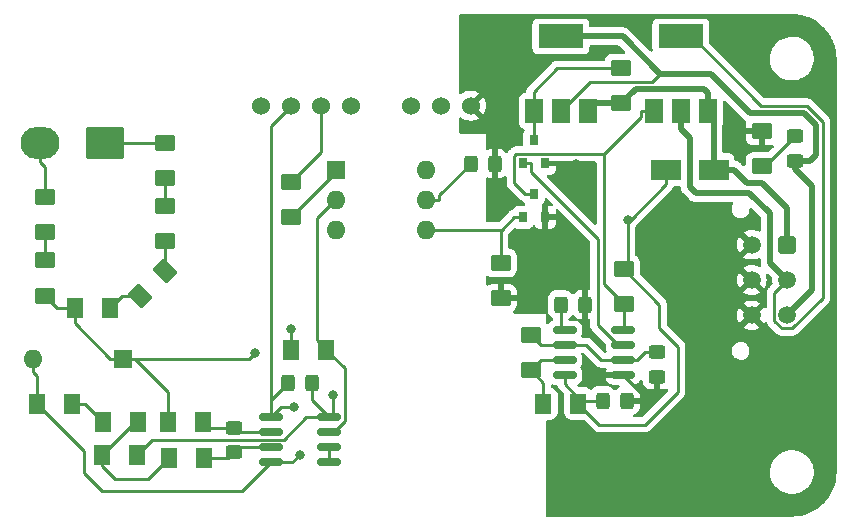
<source format=gbr>
G04 #@! TF.GenerationSoftware,KiCad,Pcbnew,7.0.7*
G04 #@! TF.CreationDate,2023-10-01T09:25:34+02:00*
G04 #@! TF.ProjectId,TSALv3,5453414c-7633-42e6-9b69-6361645f7063,rev?*
G04 #@! TF.SameCoordinates,Original*
G04 #@! TF.FileFunction,Copper,L1,Top*
G04 #@! TF.FilePolarity,Positive*
%FSLAX46Y46*%
G04 Gerber Fmt 4.6, Leading zero omitted, Abs format (unit mm)*
G04 Created by KiCad (PCBNEW 7.0.7) date 2023-10-01 09:25:34*
%MOMM*%
%LPD*%
G01*
G04 APERTURE LIST*
G04 Aperture macros list*
%AMRoundRect*
0 Rectangle with rounded corners*
0 $1 Rounding radius*
0 $2 $3 $4 $5 $6 $7 $8 $9 X,Y pos of 4 corners*
0 Add a 4 corners polygon primitive as box body*
4,1,4,$2,$3,$4,$5,$6,$7,$8,$9,$2,$3,0*
0 Add four circle primitives for the rounded corners*
1,1,$1+$1,$2,$3*
1,1,$1+$1,$4,$5*
1,1,$1+$1,$6,$7*
1,1,$1+$1,$8,$9*
0 Add four rect primitives between the rounded corners*
20,1,$1+$1,$2,$3,$4,$5,0*
20,1,$1+$1,$4,$5,$6,$7,0*
20,1,$1+$1,$6,$7,$8,$9,0*
20,1,$1+$1,$8,$9,$2,$3,0*%
G04 Aperture macros list end*
G04 #@! TA.AperFunction,SMDPad,CuDef*
%ADD10RoundRect,0.250001X-0.114905X0.768977X-0.768977X0.114905X0.114905X-0.768977X0.768977X-0.114905X0*%
G04 #@! TD*
G04 #@! TA.AperFunction,ComponentPad*
%ADD11RoundRect,0.250001X-1.399999X1.099999X-1.399999X-1.099999X1.399999X-1.099999X1.399999X1.099999X0*%
G04 #@! TD*
G04 #@! TA.AperFunction,ComponentPad*
%ADD12O,3.300000X2.700000*%
G04 #@! TD*
G04 #@! TA.AperFunction,SMDPad,CuDef*
%ADD13RoundRect,0.250001X0.462499X0.624999X-0.462499X0.624999X-0.462499X-0.624999X0.462499X-0.624999X0*%
G04 #@! TD*
G04 #@! TA.AperFunction,SMDPad,CuDef*
%ADD14RoundRect,0.250001X-0.624999X0.462499X-0.624999X-0.462499X0.624999X-0.462499X0.624999X0.462499X0*%
G04 #@! TD*
G04 #@! TA.AperFunction,SMDPad,CuDef*
%ADD15RoundRect,0.250001X-0.462499X-0.624999X0.462499X-0.624999X0.462499X0.624999X-0.462499X0.624999X0*%
G04 #@! TD*
G04 #@! TA.AperFunction,SMDPad,CuDef*
%ADD16RoundRect,0.250000X0.325000X0.450000X-0.325000X0.450000X-0.325000X-0.450000X0.325000X-0.450000X0*%
G04 #@! TD*
G04 #@! TA.AperFunction,SMDPad,CuDef*
%ADD17RoundRect,0.250000X-0.450000X0.325000X-0.450000X-0.325000X0.450000X-0.325000X0.450000X0.325000X0*%
G04 #@! TD*
G04 #@! TA.AperFunction,SMDPad,CuDef*
%ADD18RoundRect,0.250001X0.624999X-0.462499X0.624999X0.462499X-0.624999X0.462499X-0.624999X-0.462499X0*%
G04 #@! TD*
G04 #@! TA.AperFunction,ComponentPad*
%ADD19R,1.600000X1.600000*%
G04 #@! TD*
G04 #@! TA.AperFunction,ComponentPad*
%ADD20O,1.600000X1.600000*%
G04 #@! TD*
G04 #@! TA.AperFunction,SMDPad,CuDef*
%ADD21R,0.800000X0.900000*%
G04 #@! TD*
G04 #@! TA.AperFunction,SMDPad,CuDef*
%ADD22R,2.500000X1.800000*%
G04 #@! TD*
G04 #@! TA.AperFunction,SMDPad,CuDef*
%ADD23R,1.500000X2.000000*%
G04 #@! TD*
G04 #@! TA.AperFunction,SMDPad,CuDef*
%ADD24R,3.800000X2.000000*%
G04 #@! TD*
G04 #@! TA.AperFunction,ComponentPad*
%ADD25RoundRect,0.250001X-0.499999X0.499999X-0.499999X-0.499999X0.499999X-0.499999X0.499999X0.499999X0*%
G04 #@! TD*
G04 #@! TA.AperFunction,ComponentPad*
%ADD26C,1.500000*%
G04 #@! TD*
G04 #@! TA.AperFunction,SMDPad,CuDef*
%ADD27RoundRect,0.150000X-0.825000X-0.150000X0.825000X-0.150000X0.825000X0.150000X-0.825000X0.150000X0*%
G04 #@! TD*
G04 #@! TA.AperFunction,SMDPad,CuDef*
%ADD28RoundRect,0.150000X0.825000X0.150000X-0.825000X0.150000X-0.825000X-0.150000X0.825000X-0.150000X0*%
G04 #@! TD*
G04 #@! TA.AperFunction,SMDPad,CuDef*
%ADD29RoundRect,0.250000X0.450000X-0.325000X0.450000X0.325000X-0.450000X0.325000X-0.450000X-0.325000X0*%
G04 #@! TD*
G04 #@! TA.AperFunction,ComponentPad*
%ADD30C,1.524000*%
G04 #@! TD*
G04 #@! TA.AperFunction,ViaPad*
%ADD31C,0.800000*%
G04 #@! TD*
G04 #@! TA.AperFunction,Conductor*
%ADD32C,0.250000*%
G04 #@! TD*
G04 #@! TA.AperFunction,Conductor*
%ADD33C,0.500000*%
G04 #@! TD*
G04 APERTURE END LIST*
D10*
X63535821Y-72354179D03*
X61432179Y-74457821D03*
D11*
X58420000Y-61468000D03*
D12*
X52920000Y-61468000D03*
D13*
X58891500Y-75438000D03*
X55916500Y-75438000D03*
D14*
X63500000Y-66838500D03*
X63500000Y-69813500D03*
D13*
X66765500Y-85090000D03*
X63790500Y-85090000D03*
X66802000Y-88138000D03*
X63827000Y-88138000D03*
D15*
X74204500Y-78994000D03*
X77179500Y-78994000D03*
D16*
X75955000Y-81788000D03*
X73905000Y-81788000D03*
D17*
X69342000Y-85598000D03*
X69342000Y-87648000D03*
D15*
X52651000Y-83566000D03*
X55626000Y-83566000D03*
D18*
X53340000Y-74422000D03*
X53340000Y-71447000D03*
X53340000Y-69051500D03*
X53340000Y-66076500D03*
D19*
X59944000Y-79756000D03*
D20*
X52324000Y-79756000D03*
D14*
X63500000Y-61504500D03*
X63500000Y-64479500D03*
D15*
X58239000Y-85090000D03*
X61214000Y-85090000D03*
D21*
X93792000Y-63230000D03*
X95692000Y-63230000D03*
X94742000Y-61230000D03*
D14*
X102108000Y-55154500D03*
X102108000Y-58129500D03*
D22*
X105950000Y-63754000D03*
X109950000Y-63754000D03*
D23*
X94728000Y-58776000D03*
X97028000Y-58776000D03*
D24*
X97028000Y-52476000D03*
D23*
X99328000Y-58776000D03*
D25*
X116179600Y-70104000D03*
D26*
X116179600Y-73104000D03*
X116179600Y-76104000D03*
X113179600Y-70104000D03*
X113179600Y-73104000D03*
X113179600Y-76104000D03*
D27*
X72455000Y-84709000D03*
X72455000Y-85979000D03*
X72455000Y-87249000D03*
X72455000Y-88519000D03*
X77405000Y-88519000D03*
X77405000Y-87249000D03*
X77405000Y-85979000D03*
X77405000Y-84709000D03*
D14*
X94488000Y-77760500D03*
X94488000Y-80735500D03*
D18*
X102362000Y-75147500D03*
X102362000Y-72172500D03*
D15*
X95540500Y-83566000D03*
X98515500Y-83566000D03*
D18*
X114046000Y-63463500D03*
X114046000Y-60488500D03*
D28*
X102297000Y-81153000D03*
X102297000Y-79883000D03*
X102297000Y-78613000D03*
X102297000Y-77343000D03*
X97347000Y-77343000D03*
X97347000Y-78613000D03*
X97347000Y-79883000D03*
X97347000Y-81153000D03*
D14*
X91948000Y-71664500D03*
X91948000Y-74639500D03*
X74168000Y-64806500D03*
X74168000Y-67781500D03*
D19*
X77978000Y-63754000D03*
D20*
X77978000Y-66294000D03*
X77978000Y-68834000D03*
X85598000Y-68834000D03*
X85598000Y-66294000D03*
X85598000Y-63754000D03*
D16*
X102625000Y-83312000D03*
X100575000Y-83312000D03*
D29*
X105156000Y-81289000D03*
X105156000Y-79239000D03*
D17*
X116840000Y-60951000D03*
X116840000Y-63001000D03*
D23*
X104888000Y-58776000D03*
X107188000Y-58776000D03*
D24*
X107188000Y-52476000D03*
D23*
X109488000Y-58776000D03*
D16*
X91449000Y-63246000D03*
X89399000Y-63246000D03*
D21*
X93792000Y-67802000D03*
X95692000Y-67802000D03*
X94742000Y-65802000D03*
D30*
X89408000Y-58334000D03*
X86868000Y-58334000D03*
X84328000Y-58334000D03*
X79248000Y-58334000D03*
X76708000Y-58334000D03*
X74168000Y-58334000D03*
X71628000Y-58334000D03*
D16*
X99069000Y-75184000D03*
X97019000Y-75184000D03*
D15*
X58202500Y-87884000D03*
X61177500Y-87884000D03*
D31*
X74930000Y-87884000D03*
X74422000Y-83820000D03*
X77724000Y-82804000D03*
X74168000Y-77216000D03*
X71120000Y-79248000D03*
X104394000Y-83058000D03*
X96266000Y-69596000D03*
X98298000Y-66040000D03*
X97282000Y-69596000D03*
X98298000Y-63246000D03*
X111404400Y-60604400D03*
X102671000Y-67984200D03*
D32*
X72455000Y-87249000D02*
X69741000Y-87249000D01*
X69741000Y-87249000D02*
X69342000Y-87648000D01*
X68852000Y-88138000D02*
X66802000Y-88138000D01*
X69342000Y-87648000D02*
X68852000Y-88138000D01*
X69723000Y-85979000D02*
X69342000Y-85598000D01*
X69342000Y-85598000D02*
X67273500Y-85598000D01*
X72455000Y-85979000D02*
X69723000Y-85979000D01*
X67273500Y-85598000D02*
X66765500Y-85090000D01*
X73905000Y-81788000D02*
X72455000Y-83238000D01*
X53340000Y-63563300D02*
X53340000Y-66076500D01*
X52324000Y-79756000D02*
X52324000Y-80881300D01*
X71630400Y-89343600D02*
X72455000Y-88519000D01*
X52324000Y-80881300D02*
X52651000Y-81208300D01*
X72455000Y-88519000D02*
X74295000Y-88519000D01*
X56642000Y-89328773D02*
X56647557Y-89413557D01*
X74422000Y-83820000D02*
X73344000Y-83820000D01*
X72455000Y-60047000D02*
X74168000Y-58334000D01*
X70042000Y-90932000D02*
X72455000Y-88519000D01*
X72455000Y-84709000D02*
X72455000Y-60047000D01*
X56642000Y-87557000D02*
X56642000Y-89328773D01*
X74295000Y-88519000D02*
X74930000Y-87884000D01*
X52920000Y-63143300D02*
X53340000Y-63563300D01*
X52651000Y-82326200D02*
X52651000Y-83566000D01*
X52651000Y-81208300D02*
X52651000Y-82326200D01*
X56647557Y-89413557D02*
X58166000Y-90932000D01*
X73344000Y-83820000D02*
X72455000Y-84709000D01*
X58166000Y-90932000D02*
X70042000Y-90932000D01*
X52651000Y-83566000D02*
X56642000Y-87557000D01*
X72455000Y-83238000D02*
X72455000Y-84709000D01*
X52920000Y-61468000D02*
X52920000Y-63143300D01*
X77724000Y-82804000D02*
X77724000Y-84390000D01*
X76708000Y-58334000D02*
X76708000Y-62266500D01*
X62447500Y-86614000D02*
X73545400Y-86614000D01*
X76708000Y-62266500D02*
X74168000Y-64806500D01*
X75955000Y-81788000D02*
X75955000Y-83259000D01*
X75955000Y-83259000D02*
X77405000Y-84709000D01*
X75450400Y-84709000D02*
X77405000Y-84709000D01*
X61177500Y-87884000D02*
X62447500Y-86614000D01*
X73545400Y-86614000D02*
X75450400Y-84709000D01*
X77724000Y-84390000D02*
X77405000Y-84709000D01*
X97019000Y-75184000D02*
X97019000Y-77015000D01*
X97019000Y-77015000D02*
X97347000Y-77343000D01*
X103505000Y-79883000D02*
X104149000Y-79239000D01*
X95340500Y-78613000D02*
X94488000Y-77760500D01*
X104149000Y-79239000D02*
X105156000Y-79239000D01*
X97347000Y-78613000D02*
X95340500Y-78613000D01*
X102297000Y-79883000D02*
X103505000Y-79883000D01*
X99187000Y-78613000D02*
X100457000Y-79883000D01*
X97347000Y-78613000D02*
X99187000Y-78613000D01*
X100457000Y-79883000D02*
X102297000Y-79883000D01*
X59944000Y-79756000D02*
X70612000Y-79756000D01*
X70612000Y-79756000D02*
X71120000Y-79248000D01*
X63790500Y-82552500D02*
X60994000Y-79756000D01*
X74168000Y-77216000D02*
X74168000Y-78957500D01*
X55916500Y-76778500D02*
X55916500Y-76413000D01*
X60994000Y-79756000D02*
X59944000Y-79756000D01*
X55916500Y-75438000D02*
X54356000Y-75438000D01*
X55916500Y-76413000D02*
X55916500Y-75438000D01*
X74168000Y-78957500D02*
X74204500Y-78994000D01*
X58894000Y-79756000D02*
X55916500Y-76778500D01*
X59944000Y-79756000D02*
X58894000Y-79756000D01*
X63790500Y-85090000D02*
X63790500Y-82552500D01*
X54356000Y-75438000D02*
X53340000Y-74422000D01*
X96926000Y-58776000D02*
X97028000Y-58776000D01*
D33*
X97028000Y-52476000D02*
X102260000Y-52476000D01*
X118618000Y-59944000D02*
X118618000Y-62484000D01*
D32*
X97028000Y-58776000D02*
X99483000Y-56321000D01*
D33*
X116840000Y-63676000D02*
X118313200Y-65149200D01*
X105410000Y-55626000D02*
X109728000Y-55626000D01*
X102260000Y-52476000D02*
X105410000Y-55626000D01*
D32*
X113030000Y-58928000D02*
X110236000Y-56134000D01*
D33*
X113030000Y-58928000D02*
X117602000Y-58928000D01*
X109728000Y-55626000D02*
X113030000Y-58928000D01*
X117602000Y-58928000D02*
X118618000Y-59944000D01*
X118101000Y-63001000D02*
X118618000Y-62484000D01*
X118313200Y-65149200D02*
X118313200Y-73970400D01*
X116840000Y-63001000D02*
X118101000Y-63001000D01*
X118313200Y-73970400D02*
X116179600Y-76104000D01*
X116840000Y-63001000D02*
X116840000Y-63676000D01*
D32*
X104715000Y-56321000D02*
X105410000Y-55626000D01*
X99483000Y-56321000D02*
X104715000Y-56321000D01*
X114327500Y-63463500D02*
X114046000Y-63463500D01*
X116840000Y-60951000D02*
X114327500Y-63463500D01*
X58420000Y-61468000D02*
X63463500Y-61468000D01*
X63463500Y-61468000D02*
X63500000Y-61504500D01*
D33*
X112979200Y-65735200D02*
X108458000Y-65735200D01*
D32*
X115104600Y-74179000D02*
X116179600Y-73104000D01*
X115734320Y-77179000D02*
X115104600Y-76549280D01*
D33*
X107188000Y-60347998D02*
X107188000Y-58776000D01*
X114706400Y-67462400D02*
X112979200Y-65735200D01*
X116179600Y-73104000D02*
X114706400Y-71630800D01*
D32*
X116624880Y-77179000D02*
X115734320Y-77179000D01*
X117840172Y-58353000D02*
X119193000Y-59705828D01*
D33*
X108458000Y-65735200D02*
X107950000Y-65227200D01*
D32*
X108088000Y-52476000D02*
X113965000Y-58353000D01*
X115104600Y-76549280D02*
X115104600Y-74179000D01*
D33*
X107950000Y-65227200D02*
X107950000Y-61109998D01*
D32*
X119193000Y-59705828D02*
X119193000Y-74610880D01*
D33*
X107950000Y-61109998D02*
X107188000Y-60347998D01*
D32*
X119193000Y-74610880D02*
X116624880Y-77179000D01*
X113965000Y-58353000D02*
X117840172Y-58353000D01*
X107188000Y-52476000D02*
X108088000Y-52476000D01*
D33*
X114706400Y-71630800D02*
X114706400Y-67462400D01*
D32*
X102108000Y-55154500D02*
X96737500Y-55154500D01*
X94728000Y-57164000D02*
X94728000Y-58776000D01*
X94728000Y-60440700D02*
X94728000Y-58776000D01*
X94742000Y-61230000D02*
X94742000Y-60454700D01*
X96737500Y-55154500D02*
X94728000Y-57164000D01*
X94742000Y-60454700D02*
X94728000Y-60440700D01*
X58202500Y-87884000D02*
X60996500Y-85090000D01*
X58202500Y-87884000D02*
X58202500Y-88859000D01*
X59259500Y-89916000D02*
X62049000Y-89916000D01*
X60996500Y-85090000D02*
X61214000Y-85090000D01*
X62049000Y-89916000D02*
X63827000Y-88138000D01*
X58202500Y-88859000D02*
X59259500Y-89916000D01*
X77405000Y-88519000D02*
X77405000Y-87249000D01*
X94517300Y-63230000D02*
X94517300Y-63955300D01*
X100151900Y-76937100D02*
X101827800Y-78613000D01*
X94517300Y-63955300D02*
X100151900Y-69589900D01*
X100151900Y-69589900D02*
X100151900Y-76937100D01*
X93792000Y-63230000D02*
X94517300Y-63230000D01*
X101827800Y-78613000D02*
X102297000Y-78613000D01*
X94742000Y-65802000D02*
X94016700Y-65802000D01*
X103812700Y-59288200D02*
X100682000Y-62418900D01*
X103812700Y-58776000D02*
X103812700Y-59288200D01*
X93066600Y-64851900D02*
X93066600Y-62607800D01*
X104888000Y-58776000D02*
X103812700Y-58776000D01*
X93066600Y-62607800D02*
X93255500Y-62418900D01*
X93255500Y-62418900D02*
X100682000Y-62418900D01*
X100682000Y-73467500D02*
X102362000Y-75147500D01*
X94016700Y-65802000D02*
X93066600Y-64851900D01*
X102362000Y-77278000D02*
X102362000Y-75147500D01*
X102297000Y-77343000D02*
X102362000Y-77278000D01*
X100682000Y-62418900D02*
X100682000Y-73467500D01*
X91948000Y-68834000D02*
X91948000Y-71664500D01*
X93792000Y-67802000D02*
X93066700Y-67802000D01*
X91948000Y-68834000D02*
X92034700Y-68834000D01*
X85598000Y-68834000D02*
X91948000Y-68834000D01*
X92034700Y-68834000D02*
X93066700Y-67802000D01*
X63500000Y-64479500D02*
X63500000Y-66838500D01*
X56715000Y-83566000D02*
X58239000Y-85090000D01*
X55626000Y-83566000D02*
X56715000Y-83566000D01*
X63500000Y-72318400D02*
X63500000Y-69813500D01*
X63535800Y-72354200D02*
X63500000Y-72318400D01*
X61432200Y-74457800D02*
X59871700Y-74457800D01*
X59871700Y-74457800D02*
X58891500Y-75438000D01*
X53340000Y-71447000D02*
X53340000Y-69051500D01*
X77826500Y-85979000D02*
X78737000Y-85068500D01*
X76408153Y-67863847D02*
X77906990Y-66365010D01*
X77179500Y-78994000D02*
X76408153Y-78222653D01*
X78737000Y-80551500D02*
X77179500Y-78994000D01*
X77405000Y-85979000D02*
X77826500Y-85979000D01*
X76408153Y-78222653D02*
X76408153Y-67863847D01*
X78737000Y-85068500D02*
X78737000Y-80551500D01*
X77906990Y-64042510D02*
X77906990Y-63825010D01*
X74168000Y-67781500D02*
X77906990Y-64042510D01*
X97347000Y-79883000D02*
X95340500Y-79883000D01*
X95540500Y-81788000D02*
X94488000Y-80735500D01*
X95340500Y-79883000D02*
X94488000Y-80735500D01*
X95540500Y-83566000D02*
X95540500Y-81788000D01*
X104394000Y-83058000D02*
X104202000Y-83058000D01*
X104202000Y-83058000D02*
X102297000Y-81153000D01*
X102297000Y-81153000D02*
X102489000Y-81153000D01*
D33*
X103378000Y-56896000D02*
X109108000Y-56896000D01*
X114046000Y-64871600D02*
X112817600Y-64871600D01*
X109950000Y-63754000D02*
X109950000Y-59238000D01*
X116179600Y-67005200D02*
X114046000Y-64871600D01*
X99974500Y-58129500D02*
X99328000Y-58776000D01*
X116179600Y-70104000D02*
X116179600Y-67005200D01*
X109108000Y-56896000D02*
X109488000Y-57276000D01*
X102108000Y-58129500D02*
X99974500Y-58129500D01*
X110236000Y-64040000D02*
X109950000Y-63754000D01*
X109950000Y-59238000D02*
X109488000Y-58776000D01*
X111700000Y-63754000D02*
X109950000Y-63754000D01*
X112817600Y-64871600D02*
X111700000Y-63754000D01*
X102108000Y-58129500D02*
X102144500Y-58129500D01*
X102144500Y-58129500D02*
X103378000Y-56896000D01*
X109488000Y-57276000D02*
X109488000Y-58776000D01*
D32*
X105367700Y-77173700D02*
X106934000Y-78740000D01*
X102362000Y-72172500D02*
X105367700Y-75178200D01*
X102671000Y-67984200D02*
X102671000Y-71863500D01*
X100575000Y-83312000D02*
X98769500Y-83312000D01*
X105950000Y-64979300D02*
X102945100Y-67984200D01*
X106934000Y-78740000D02*
X106934000Y-82550000D01*
X98769500Y-83312000D02*
X98515500Y-83566000D01*
X104140000Y-85344000D02*
X100293500Y-85344000D01*
X105367700Y-75178200D02*
X105367700Y-77173700D01*
X106934000Y-82550000D02*
X104140000Y-85344000D01*
X102945100Y-67984200D02*
X102671000Y-67984200D01*
X97347000Y-81889500D02*
X98769500Y-83312000D01*
X100293500Y-85344000D02*
X98515500Y-83566000D01*
X102671000Y-71863500D02*
X102362000Y-72172500D01*
X86723300Y-65921700D02*
X86723300Y-66294000D01*
X85598000Y-66294000D02*
X86723300Y-66294000D01*
X97347000Y-81153000D02*
X97347000Y-81889500D01*
X89399000Y-63246000D02*
X86723300Y-65921700D01*
X105950000Y-63754000D02*
X105950000Y-64979300D01*
G04 #@! TA.AperFunction,Conductor*
G36*
X116587544Y-50571575D02*
G01*
X116953852Y-50589571D01*
X116960003Y-50590176D01*
X117321260Y-50643764D01*
X117327302Y-50644965D01*
X117681578Y-50733706D01*
X117687482Y-50735496D01*
X117897967Y-50810809D01*
X118031349Y-50858535D01*
X118037064Y-50860902D01*
X118367202Y-51017046D01*
X118372658Y-51019962D01*
X118685902Y-51207712D01*
X118691036Y-51211142D01*
X118984393Y-51428711D01*
X118989153Y-51432619D01*
X119259761Y-51677883D01*
X119264116Y-51682238D01*
X119405261Y-51837968D01*
X119509378Y-51952844D01*
X119513290Y-51957609D01*
X119730850Y-52250953D01*
X119734287Y-52256097D01*
X119922037Y-52569341D01*
X119924953Y-52574797D01*
X120081097Y-52904935D01*
X120083464Y-52910650D01*
X120206499Y-53254506D01*
X120208294Y-53260426D01*
X120240605Y-53389417D01*
X120291184Y-53591342D01*
X120297030Y-53614678D01*
X120298236Y-53620745D01*
X120351822Y-53981991D01*
X120352428Y-53988147D01*
X120370424Y-54354449D01*
X120370500Y-54357541D01*
X120370500Y-89354458D01*
X120370424Y-89357550D01*
X120352428Y-89723852D01*
X120351822Y-89730008D01*
X120298236Y-90091254D01*
X120297030Y-90097321D01*
X120208294Y-90451573D01*
X120206499Y-90457493D01*
X120083464Y-90801349D01*
X120081097Y-90807064D01*
X119924953Y-91137202D01*
X119922037Y-91142658D01*
X119734287Y-91455902D01*
X119730850Y-91461046D01*
X119513297Y-91754380D01*
X119509378Y-91759155D01*
X119264126Y-92029751D01*
X119259751Y-92034126D01*
X118989155Y-92279378D01*
X118984380Y-92283297D01*
X118795927Y-92423064D01*
X118691046Y-92500850D01*
X118685902Y-92504287D01*
X118372658Y-92692037D01*
X118367202Y-92694953D01*
X118037064Y-92851097D01*
X118031349Y-92853464D01*
X117687493Y-92976499D01*
X117681573Y-92978294D01*
X117327321Y-93067030D01*
X117321254Y-93068236D01*
X116960008Y-93121822D01*
X116953852Y-93122428D01*
X116634113Y-93138136D01*
X116587544Y-93140424D01*
X116584458Y-93140500D01*
X116560763Y-93140500D01*
X116560617Y-93140519D01*
X95884102Y-93157317D01*
X95815965Y-93137370D01*
X95769429Y-93083752D01*
X95758000Y-93031317D01*
X95758000Y-89423765D01*
X114731788Y-89423765D01*
X114761412Y-89693014D01*
X114829928Y-89955090D01*
X114935869Y-90204389D01*
X114935870Y-90204390D01*
X115076982Y-90435610D01*
X115250255Y-90643820D01*
X115451998Y-90824582D01*
X115677910Y-90974044D01*
X115923176Y-91089020D01*
X116182569Y-91167060D01*
X116182572Y-91167060D01*
X116182574Y-91167061D01*
X116450557Y-91206500D01*
X116450561Y-91206500D01*
X116653633Y-91206500D01*
X116688363Y-91203957D01*
X116856156Y-91191677D01*
X116856160Y-91191676D01*
X116856161Y-91191676D01*
X116966665Y-91167060D01*
X117120553Y-91132780D01*
X117373558Y-91036014D01*
X117609777Y-90903441D01*
X117824177Y-90737888D01*
X118012186Y-90542881D01*
X118169799Y-90322579D01*
X118293656Y-90081675D01*
X118381118Y-89825305D01*
X118430319Y-89558933D01*
X118440212Y-89288235D01*
X118425338Y-89153058D01*
X118410587Y-89018985D01*
X118342071Y-88756909D01*
X118236130Y-88507610D01*
X118236130Y-88507609D01*
X118095018Y-88276390D01*
X117921745Y-88068180D01*
X117921741Y-88068177D01*
X117921740Y-88068175D01*
X117720012Y-87887427D01*
X117720002Y-87887418D01*
X117494090Y-87737956D01*
X117248824Y-87622980D01*
X117091392Y-87575615D01*
X116989425Y-87544938D01*
X116721442Y-87505500D01*
X116721439Y-87505500D01*
X116518369Y-87505500D01*
X116518367Y-87505500D01*
X116315839Y-87520323D01*
X116315838Y-87520323D01*
X116051456Y-87579217D01*
X116051441Y-87579222D01*
X115798441Y-87675986D01*
X115562229Y-87808555D01*
X115562225Y-87808557D01*
X115347818Y-87974116D01*
X115159815Y-88169117D01*
X115159810Y-88169123D01*
X115002203Y-88389417D01*
X115002196Y-88389427D01*
X114878343Y-88630324D01*
X114878342Y-88630327D01*
X114790883Y-88886689D01*
X114790880Y-88886702D01*
X114741681Y-89153058D01*
X114741680Y-89153069D01*
X114731788Y-89423765D01*
X95758000Y-89423765D01*
X95758000Y-85075500D01*
X95778002Y-85007379D01*
X95831658Y-84960886D01*
X95884000Y-84949500D01*
X96053552Y-84949500D01*
X96122798Y-84942424D01*
X96157425Y-84938887D01*
X96325738Y-84883115D01*
X96476651Y-84790030D01*
X96602030Y-84664651D01*
X96695115Y-84513738D01*
X96750887Y-84345425D01*
X96754424Y-84310798D01*
X96761500Y-84241552D01*
X96761500Y-82890447D01*
X96750887Y-82786578D01*
X96750887Y-82786575D01*
X96695115Y-82618262D01*
X96602030Y-82467349D01*
X96602029Y-82467348D01*
X96602024Y-82467342D01*
X96476657Y-82341975D01*
X96476651Y-82341970D01*
X96325738Y-82248885D01*
X96260365Y-82227223D01*
X96201996Y-82186810D01*
X96174740Y-82121253D01*
X96174000Y-82107619D01*
X96174000Y-82055440D01*
X96194002Y-81987319D01*
X96247658Y-81940826D01*
X96317932Y-81930722D01*
X96335141Y-81934440D01*
X96418169Y-81958562D01*
X96425634Y-81959149D01*
X96455494Y-81961500D01*
X96455498Y-81961500D01*
X96608531Y-81961500D01*
X96676652Y-81981502D01*
X96723145Y-82035158D01*
X96725683Y-82041117D01*
X96745893Y-82092162D01*
X96747816Y-82097778D01*
X96760982Y-82143093D01*
X96771294Y-82160531D01*
X96779988Y-82178279D01*
X96787444Y-82197109D01*
X96787450Y-82197120D01*
X96815177Y-82235283D01*
X96818437Y-82240246D01*
X96842460Y-82280865D01*
X96856779Y-82295184D01*
X96869617Y-82310214D01*
X96879156Y-82323343D01*
X96881528Y-82326607D01*
X96900099Y-82341970D01*
X96917886Y-82356685D01*
X96922267Y-82360671D01*
X97100858Y-82539262D01*
X97266766Y-82705170D01*
X97300792Y-82767482D01*
X97303019Y-82807071D01*
X97294500Y-82890456D01*
X97294500Y-84241552D01*
X97294499Y-84241552D01*
X97305112Y-84345421D01*
X97305112Y-84345423D01*
X97305113Y-84345425D01*
X97360885Y-84513738D01*
X97393471Y-84566568D01*
X97453970Y-84664651D01*
X97453975Y-84664657D01*
X97579342Y-84790024D01*
X97579348Y-84790029D01*
X97579349Y-84790030D01*
X97730262Y-84883115D01*
X97898575Y-84938887D01*
X97926906Y-84941781D01*
X98002448Y-84949500D01*
X98002456Y-84949500D01*
X98950906Y-84949500D01*
X99019027Y-84969502D01*
X99040001Y-84986405D01*
X99786253Y-85732657D01*
X99796220Y-85745097D01*
X99796447Y-85744910D01*
X99801499Y-85751017D01*
X99801500Y-85751018D01*
X99852595Y-85798999D01*
X99873731Y-85820135D01*
X99879270Y-85824431D01*
X99883782Y-85828285D01*
X99918179Y-85860586D01*
X99935927Y-85870342D01*
X99952457Y-85881201D01*
X99968459Y-85893614D01*
X100008649Y-85911005D01*
X100011762Y-85912352D01*
X100017083Y-85914958D01*
X100058440Y-85937695D01*
X100058448Y-85937697D01*
X100078058Y-85942732D01*
X100096767Y-85949137D01*
X100115355Y-85957181D01*
X100161977Y-85964564D01*
X100167762Y-85965763D01*
X100213470Y-85977500D01*
X100233724Y-85977500D01*
X100253434Y-85979051D01*
X100255641Y-85979400D01*
X100273443Y-85982220D01*
X100307972Y-85978956D01*
X100320417Y-85977780D01*
X100326350Y-85977500D01*
X104056147Y-85977500D01*
X104071988Y-85979249D01*
X104072016Y-85978956D01*
X104079902Y-85979700D01*
X104079909Y-85979702D01*
X104149958Y-85977500D01*
X104179856Y-85977500D01*
X104186818Y-85976619D01*
X104192719Y-85976154D01*
X104239889Y-85974673D01*
X104259347Y-85969019D01*
X104278694Y-85965013D01*
X104298797Y-85962474D01*
X104342679Y-85945099D01*
X104348274Y-85943183D01*
X104376816Y-85934891D01*
X104393591Y-85930019D01*
X104393595Y-85930017D01*
X104411026Y-85919708D01*
X104428780Y-85911009D01*
X104447617Y-85903552D01*
X104485786Y-85875818D01*
X104490744Y-85872562D01*
X104531362Y-85848542D01*
X104545685Y-85834218D01*
X104560724Y-85821374D01*
X104577107Y-85809472D01*
X104607193Y-85773103D01*
X104611161Y-85768741D01*
X107322657Y-83057245D01*
X107335092Y-83047284D01*
X107334905Y-83047057D01*
X107341009Y-83042005D01*
X107341018Y-83042000D01*
X107388999Y-82990904D01*
X107410135Y-82969769D01*
X107414437Y-82964221D01*
X107418267Y-82959735D01*
X107450586Y-82925321D01*
X107460339Y-82907578D01*
X107471193Y-82891051D01*
X107483614Y-82875041D01*
X107502359Y-82831719D01*
X107504958Y-82826415D01*
X107527695Y-82785060D01*
X107532733Y-82765434D01*
X107539137Y-82746732D01*
X107547180Y-82728147D01*
X107547179Y-82728147D01*
X107547181Y-82728145D01*
X107554561Y-82681547D01*
X107555762Y-82675740D01*
X107567500Y-82630030D01*
X107567500Y-82609775D01*
X107569051Y-82590063D01*
X107572220Y-82570057D01*
X107569309Y-82539262D01*
X107567780Y-82523080D01*
X107567500Y-82517148D01*
X107567500Y-79147935D01*
X111485269Y-79147935D01*
X111515735Y-79320711D01*
X111549847Y-79399793D01*
X111585224Y-79481807D01*
X111689987Y-79622527D01*
X111689989Y-79622528D01*
X111689990Y-79622530D01*
X111742384Y-79666494D01*
X111824384Y-79735301D01*
X111824386Y-79735302D01*
X111981167Y-79814040D01*
X112151879Y-79854500D01*
X112151881Y-79854500D01*
X112283312Y-79854500D01*
X112381218Y-79843055D01*
X112413855Y-79839241D01*
X112578717Y-79779237D01*
X112725296Y-79682830D01*
X112845692Y-79555218D01*
X112933412Y-79403281D01*
X112983730Y-79235210D01*
X112993931Y-79060065D01*
X112963465Y-78887289D01*
X112893977Y-78726196D01*
X112893976Y-78726195D01*
X112893975Y-78726192D01*
X112789212Y-78585472D01*
X112785037Y-78581969D01*
X112743118Y-78546794D01*
X112654815Y-78472698D01*
X112498034Y-78393960D01*
X112428267Y-78377425D01*
X112327321Y-78353500D01*
X112195891Y-78353500D01*
X112195888Y-78353500D01*
X112065345Y-78368758D01*
X112065343Y-78368759D01*
X111900487Y-78428761D01*
X111900474Y-78428768D01*
X111753906Y-78525167D01*
X111633509Y-78652780D01*
X111633506Y-78652784D01*
X111545788Y-78804717D01*
X111495470Y-78972791D01*
X111486338Y-79129586D01*
X111485269Y-79147935D01*
X107567500Y-79147935D01*
X107567500Y-78823854D01*
X107569249Y-78808012D01*
X107568956Y-78807985D01*
X107569700Y-78800099D01*
X107569702Y-78800092D01*
X107567500Y-78730028D01*
X107567500Y-78700144D01*
X107566620Y-78693182D01*
X107566156Y-78687293D01*
X107564674Y-78640111D01*
X107559017Y-78620642D01*
X107555012Y-78601298D01*
X107552474Y-78581203D01*
X107535100Y-78537322D01*
X107533181Y-78531716D01*
X107531279Y-78525170D01*
X107520018Y-78486407D01*
X107509706Y-78468970D01*
X107501010Y-78451221D01*
X107493552Y-78432383D01*
X107465812Y-78394203D01*
X107462564Y-78389258D01*
X107438542Y-78348638D01*
X107424214Y-78334310D01*
X107411384Y-78319289D01*
X107399472Y-78302893D01*
X107399469Y-78302891D01*
X107399469Y-78302890D01*
X107363107Y-78272808D01*
X107358726Y-78268822D01*
X106038105Y-76948200D01*
X106004079Y-76885888D01*
X106001200Y-76859105D01*
X106001200Y-75262054D01*
X106002949Y-75246212D01*
X106002656Y-75246185D01*
X106003400Y-75238299D01*
X106003402Y-75238292D01*
X106001200Y-75168228D01*
X106001200Y-75138344D01*
X106000320Y-75131382D01*
X105999856Y-75125493D01*
X105998374Y-75078311D01*
X105992717Y-75058842D01*
X105988712Y-75039498D01*
X105986174Y-75019403D01*
X105968800Y-74975522D01*
X105966881Y-74969916D01*
X105966456Y-74968454D01*
X105953718Y-74924607D01*
X105943406Y-74907170D01*
X105934710Y-74889421D01*
X105927252Y-74870583D01*
X105899512Y-74832403D01*
X105896264Y-74827458D01*
X105872242Y-74786838D01*
X105857914Y-74772510D01*
X105845084Y-74757489D01*
X105833172Y-74741093D01*
X105833169Y-74741091D01*
X105833169Y-74741090D01*
X105796807Y-74711008D01*
X105792426Y-74707022D01*
X103782405Y-72697000D01*
X103748379Y-72634688D01*
X103745500Y-72607905D01*
X103745500Y-71659447D01*
X103734887Y-71555578D01*
X103734887Y-71555575D01*
X103679115Y-71387262D01*
X103586030Y-71236349D01*
X103586029Y-71236348D01*
X103586024Y-71236342D01*
X103460657Y-71110975D01*
X103460649Y-71110968D01*
X103364352Y-71051571D01*
X103316875Y-70998785D01*
X103304500Y-70944331D01*
X103304500Y-68686724D01*
X103324502Y-68618603D01*
X103336858Y-68602420D01*
X103410040Y-68521144D01*
X103505527Y-68355756D01*
X103513544Y-68331079D01*
X103544280Y-68280922D01*
X106338657Y-65486545D01*
X106351092Y-65476584D01*
X106350905Y-65476357D01*
X106357009Y-65471305D01*
X106357018Y-65471300D01*
X106404999Y-65420204D01*
X106426134Y-65399070D01*
X106430429Y-65393532D01*
X106434271Y-65389031D01*
X106466586Y-65354621D01*
X106476345Y-65336867D01*
X106487197Y-65320346D01*
X106499613Y-65304341D01*
X106518352Y-65261033D01*
X106520954Y-65255722D01*
X106536308Y-65227795D01*
X106586654Y-65177739D01*
X106646721Y-65162500D01*
X107066643Y-65162500D01*
X107134764Y-65182502D01*
X107181257Y-65236158D01*
X107191791Y-65273873D01*
X107195347Y-65304294D01*
X107202112Y-65381619D01*
X107203596Y-65388806D01*
X107203531Y-65388819D01*
X107205165Y-65396189D01*
X107205229Y-65396175D01*
X107206921Y-65403316D01*
X107226835Y-65458026D01*
X107233473Y-65476265D01*
X107233579Y-65476584D01*
X107257885Y-65549936D01*
X107260987Y-65556588D01*
X107260926Y-65556616D01*
X107264211Y-65563402D01*
X107264270Y-65563373D01*
X107267560Y-65569924D01*
X107310233Y-65634805D01*
X107350967Y-65700848D01*
X107355522Y-65706608D01*
X107355468Y-65706650D01*
X107360228Y-65712492D01*
X107360279Y-65712450D01*
X107364993Y-65718068D01*
X107364998Y-65718073D01*
X107364999Y-65718074D01*
X107421482Y-65771363D01*
X107876098Y-66225979D01*
X107888065Y-66239827D01*
X107902531Y-66259258D01*
X107937492Y-66288594D01*
X107942975Y-66293194D01*
X107947021Y-66296902D01*
X107952899Y-66302780D01*
X107978896Y-66323336D01*
X108038360Y-66373232D01*
X108038366Y-66373235D01*
X108044495Y-66377267D01*
X108044457Y-66377323D01*
X108050813Y-66381372D01*
X108050849Y-66381315D01*
X108057089Y-66385163D01*
X108057094Y-66385167D01*
X108127453Y-66417975D01*
X108196812Y-66452809D01*
X108196819Y-66452810D01*
X108203707Y-66455318D01*
X108203684Y-66455380D01*
X108210810Y-66457857D01*
X108210831Y-66457795D01*
X108217788Y-66460099D01*
X108217793Y-66460102D01*
X108293822Y-66475800D01*
X108331582Y-66484750D01*
X108369343Y-66493700D01*
X108376632Y-66494552D01*
X108376624Y-66494618D01*
X108384122Y-66495384D01*
X108384128Y-66495318D01*
X108391435Y-66495956D01*
X108391442Y-66495958D01*
X108469045Y-66493700D01*
X111507116Y-66493700D01*
X111575237Y-66513702D01*
X111621730Y-66567358D01*
X111631834Y-66637632D01*
X111616235Y-66682700D01*
X111545788Y-66804717D01*
X111495470Y-66972791D01*
X111485358Y-67146411D01*
X111485269Y-67147935D01*
X111515735Y-67320711D01*
X111522557Y-67336526D01*
X111585224Y-67481807D01*
X111689987Y-67622527D01*
X111689989Y-67622528D01*
X111689990Y-67622530D01*
X111745868Y-67669417D01*
X111824384Y-67735301D01*
X111824386Y-67735302D01*
X111981167Y-67814040D01*
X112151879Y-67854500D01*
X112151881Y-67854500D01*
X112283312Y-67854500D01*
X112381218Y-67843055D01*
X112413855Y-67839241D01*
X112578717Y-67779237D01*
X112725296Y-67682830D01*
X112845692Y-67555218D01*
X112933412Y-67403281D01*
X112983730Y-67235210D01*
X112990672Y-67116004D01*
X113014602Y-67049162D01*
X113070871Y-67005868D01*
X113141613Y-66999867D01*
X113204370Y-67033066D01*
X113205555Y-67034236D01*
X113910995Y-67739676D01*
X113945021Y-67801988D01*
X113947900Y-67828771D01*
X113947900Y-68876434D01*
X113927898Y-68944555D01*
X113874242Y-68991048D01*
X113803968Y-69001152D01*
X113768650Y-68990629D01*
X113611507Y-68917352D01*
X113611503Y-68917350D01*
X113398887Y-68860380D01*
X113179600Y-68841195D01*
X112960312Y-68860380D01*
X112747696Y-68917350D01*
X112747692Y-68917352D01*
X112548198Y-69010378D01*
X112487611Y-69052801D01*
X112922172Y-69487362D01*
X112956198Y-69549674D01*
X112951133Y-69620489D01*
X112912454Y-69672157D01*
X112913311Y-69673147D01*
X112908764Y-69677086D01*
X112908586Y-69677325D01*
X112908098Y-69677663D01*
X112797838Y-69773202D01*
X112761775Y-69829318D01*
X112708119Y-69875811D01*
X112637845Y-69885914D01*
X112573264Y-69856421D01*
X112566682Y-69850292D01*
X112128401Y-69412011D01*
X112085978Y-69472598D01*
X111992952Y-69672092D01*
X111992950Y-69672096D01*
X111935980Y-69884712D01*
X111916795Y-70104000D01*
X111935980Y-70323287D01*
X111992950Y-70535903D01*
X111992952Y-70535907D01*
X112085978Y-70735402D01*
X112128401Y-70795986D01*
X112566680Y-70357706D01*
X112628993Y-70323681D01*
X112699808Y-70328745D01*
X112756644Y-70371292D01*
X112761774Y-70378680D01*
X112771325Y-70393542D01*
X112797839Y-70434798D01*
X112906500Y-70528952D01*
X112906501Y-70528952D01*
X112913311Y-70534853D01*
X112911286Y-70537189D01*
X112947684Y-70579187D01*
X112957795Y-70649460D01*
X112928309Y-70714043D01*
X112922172Y-70720636D01*
X112487612Y-71155197D01*
X112548200Y-71197622D01*
X112747692Y-71290647D01*
X112747696Y-71290649D01*
X112960312Y-71347619D01*
X113179600Y-71366804D01*
X113398887Y-71347619D01*
X113611503Y-71290649D01*
X113611512Y-71290645D01*
X113768649Y-71217371D01*
X113838841Y-71206709D01*
X113903654Y-71235689D01*
X113942510Y-71295108D01*
X113947900Y-71331565D01*
X113947900Y-71566359D01*
X113946570Y-71584619D01*
X113943059Y-71608589D01*
X113947509Y-71659456D01*
X113947660Y-71661172D01*
X113947900Y-71666666D01*
X113947900Y-71674982D01*
X113951747Y-71707894D01*
X113958512Y-71785219D01*
X113959996Y-71792406D01*
X113959931Y-71792419D01*
X113961565Y-71799789D01*
X113961629Y-71799775D01*
X113963320Y-71806911D01*
X113979611Y-71851670D01*
X113984113Y-71922524D01*
X113949594Y-71984564D01*
X113887014Y-72018093D01*
X113816240Y-72012466D01*
X113807959Y-72008959D01*
X113611508Y-71917352D01*
X113611503Y-71917350D01*
X113398887Y-71860380D01*
X113179600Y-71841195D01*
X112960312Y-71860380D01*
X112747696Y-71917350D01*
X112747692Y-71917352D01*
X112548198Y-72010378D01*
X112487611Y-72052801D01*
X112922172Y-72487362D01*
X112956198Y-72549674D01*
X112951133Y-72620489D01*
X112912454Y-72672157D01*
X112913311Y-72673147D01*
X112908764Y-72677086D01*
X112908586Y-72677325D01*
X112908098Y-72677663D01*
X112797838Y-72773202D01*
X112761775Y-72829318D01*
X112708119Y-72875811D01*
X112637845Y-72885914D01*
X112573264Y-72856421D01*
X112566682Y-72850292D01*
X112128401Y-72412011D01*
X112085978Y-72472598D01*
X111992952Y-72672092D01*
X111992950Y-72672096D01*
X111935980Y-72884712D01*
X111916795Y-73104000D01*
X111935980Y-73323287D01*
X111992950Y-73535903D01*
X111992952Y-73535907D01*
X112085978Y-73735402D01*
X112128401Y-73795986D01*
X112566680Y-73357706D01*
X112628993Y-73323681D01*
X112699808Y-73328745D01*
X112756644Y-73371292D01*
X112761774Y-73378680D01*
X112795015Y-73430405D01*
X112797839Y-73434798D01*
X112906500Y-73528952D01*
X112906501Y-73528952D01*
X112913311Y-73534853D01*
X112911286Y-73537189D01*
X112947684Y-73579187D01*
X112957795Y-73649460D01*
X112928309Y-73714043D01*
X112922172Y-73720636D01*
X112487612Y-74155197D01*
X112548200Y-74197622D01*
X112747692Y-74290647D01*
X112747696Y-74290649D01*
X112960312Y-74347619D01*
X113179600Y-74366804D01*
X113398887Y-74347619D01*
X113611503Y-74290649D01*
X113611512Y-74290645D01*
X113811005Y-74197619D01*
X113811012Y-74197615D01*
X113871586Y-74155198D01*
X113871586Y-74155196D01*
X113437027Y-73720637D01*
X113403001Y-73658325D01*
X113408066Y-73587510D01*
X113446745Y-73535840D01*
X113445889Y-73534853D01*
X113450430Y-73530917D01*
X113450613Y-73530674D01*
X113451110Y-73530328D01*
X113452695Y-73528953D01*
X113452700Y-73528952D01*
X113561361Y-73434798D01*
X113597426Y-73378679D01*
X113651077Y-73332188D01*
X113721351Y-73322083D01*
X113785932Y-73351575D01*
X113792518Y-73357706D01*
X114230797Y-73795986D01*
X114230798Y-73795986D01*
X114273215Y-73735412D01*
X114273219Y-73735405D01*
X114366245Y-73535912D01*
X114366249Y-73535903D01*
X114423219Y-73323287D01*
X114442404Y-73104000D01*
X114423219Y-72884712D01*
X114374939Y-72704528D01*
X114376629Y-72633552D01*
X114416423Y-72574756D01*
X114481687Y-72546808D01*
X114551701Y-72558581D01*
X114585741Y-72582822D01*
X114890081Y-72887162D01*
X114924107Y-72949474D01*
X114926507Y-72987237D01*
X114916293Y-73103999D01*
X114935485Y-73323371D01*
X114935485Y-73323373D01*
X114943884Y-73354718D01*
X114942193Y-73425695D01*
X114911272Y-73476422D01*
X114715940Y-73671754D01*
X114703503Y-73681719D01*
X114703691Y-73681946D01*
X114697582Y-73686999D01*
X114649615Y-73738079D01*
X114628466Y-73759227D01*
X114624160Y-73764777D01*
X114620314Y-73769279D01*
X114588017Y-73803674D01*
X114588011Y-73803683D01*
X114578251Y-73821435D01*
X114567403Y-73837950D01*
X114554986Y-73853958D01*
X114536245Y-73897264D01*
X114533634Y-73902594D01*
X114510905Y-73943939D01*
X114510903Y-73943944D01*
X114505867Y-73963559D01*
X114499464Y-73982262D01*
X114491419Y-74000852D01*
X114484037Y-74047456D01*
X114482833Y-74053268D01*
X114471100Y-74098968D01*
X114471100Y-74119223D01*
X114469549Y-74138933D01*
X114466380Y-74158942D01*
X114466380Y-74158943D01*
X114470820Y-74205917D01*
X114471100Y-74211850D01*
X114471100Y-75355577D01*
X114451098Y-75423698D01*
X114397442Y-75470191D01*
X114327168Y-75480295D01*
X114262588Y-75450801D01*
X114241887Y-75427848D01*
X114230798Y-75412012D01*
X114230796Y-75412012D01*
X113792517Y-75850292D01*
X113730205Y-75884318D01*
X113659390Y-75879253D01*
X113602554Y-75836706D01*
X113597424Y-75829317D01*
X113561362Y-75773203D01*
X113561361Y-75773202D01*
X113452700Y-75679048D01*
X113452698Y-75679047D01*
X113445889Y-75673147D01*
X113447910Y-75670813D01*
X113411502Y-75628786D01*
X113401407Y-75558511D01*
X113430907Y-75493933D01*
X113437027Y-75487362D01*
X113871586Y-75052802D01*
X113871586Y-75052800D01*
X113811001Y-75010378D01*
X113811002Y-75010378D01*
X113611507Y-74917352D01*
X113611503Y-74917350D01*
X113398887Y-74860380D01*
X113179600Y-74841195D01*
X112960312Y-74860380D01*
X112747696Y-74917350D01*
X112747692Y-74917352D01*
X112548198Y-75010378D01*
X112487611Y-75052801D01*
X112922172Y-75487362D01*
X112956198Y-75549674D01*
X112951133Y-75620489D01*
X112912454Y-75672157D01*
X112913311Y-75673147D01*
X112908764Y-75677086D01*
X112908586Y-75677325D01*
X112908098Y-75677663D01*
X112797838Y-75773202D01*
X112761775Y-75829318D01*
X112708119Y-75875811D01*
X112637845Y-75885914D01*
X112573264Y-75856421D01*
X112566682Y-75850292D01*
X112128401Y-75412011D01*
X112085978Y-75472598D01*
X111992952Y-75672092D01*
X111992950Y-75672096D01*
X111935980Y-75884712D01*
X111916795Y-76104000D01*
X111935980Y-76323287D01*
X111992950Y-76535903D01*
X111992952Y-76535907D01*
X112085978Y-76735402D01*
X112128401Y-76795986D01*
X112566680Y-76357706D01*
X112628993Y-76323681D01*
X112699808Y-76328745D01*
X112756644Y-76371292D01*
X112761774Y-76378680D01*
X112793390Y-76427876D01*
X112797839Y-76434798D01*
X112906500Y-76528952D01*
X112906501Y-76528952D01*
X112913311Y-76534853D01*
X112911286Y-76537189D01*
X112947684Y-76579187D01*
X112957795Y-76649460D01*
X112928309Y-76714043D01*
X112922172Y-76720636D01*
X112487612Y-77155197D01*
X112548200Y-77197622D01*
X112747692Y-77290647D01*
X112747696Y-77290649D01*
X112960312Y-77347619D01*
X113179600Y-77366804D01*
X113398887Y-77347619D01*
X113611503Y-77290649D01*
X113611512Y-77290645D01*
X113811005Y-77197619D01*
X113811012Y-77197615D01*
X113871586Y-77155198D01*
X113871586Y-77155196D01*
X113437027Y-76720637D01*
X113403001Y-76658325D01*
X113408066Y-76587510D01*
X113446745Y-76535840D01*
X113445889Y-76534853D01*
X113450430Y-76530917D01*
X113450613Y-76530674D01*
X113451110Y-76530328D01*
X113452695Y-76528953D01*
X113452700Y-76528952D01*
X113561361Y-76434798D01*
X113597426Y-76378679D01*
X113651077Y-76332188D01*
X113721351Y-76322083D01*
X113785932Y-76351575D01*
X113792518Y-76357706D01*
X114230797Y-76795986D01*
X114230798Y-76795986D01*
X114273210Y-76735419D01*
X114275600Y-76731279D01*
X114326974Y-76682276D01*
X114396685Y-76668827D01*
X114462601Y-76695202D01*
X114501885Y-76747882D01*
X114503494Y-76751946D01*
X114505416Y-76757560D01*
X114518582Y-76802872D01*
X114518582Y-76802873D01*
X114528894Y-76820311D01*
X114537588Y-76838059D01*
X114545044Y-76856889D01*
X114545050Y-76856900D01*
X114572777Y-76895063D01*
X114576037Y-76900026D01*
X114600060Y-76940645D01*
X114614379Y-76954964D01*
X114627217Y-76969994D01*
X114636756Y-76983123D01*
X114639128Y-76986387D01*
X114667394Y-77009771D01*
X114675486Y-77016465D01*
X114679867Y-77020451D01*
X114961977Y-77302561D01*
X115227073Y-77567657D01*
X115237040Y-77580097D01*
X115237267Y-77579910D01*
X115242319Y-77586017D01*
X115242320Y-77586018D01*
X115293415Y-77633999D01*
X115314551Y-77655135D01*
X115320090Y-77659431D01*
X115324602Y-77663285D01*
X115346173Y-77683542D01*
X115358998Y-77695585D01*
X115359002Y-77695588D01*
X115376750Y-77705345D01*
X115393277Y-77716201D01*
X115409280Y-77728614D01*
X115452579Y-77747351D01*
X115457905Y-77749960D01*
X115499255Y-77772693D01*
X115499258Y-77772694D01*
X115499260Y-77772695D01*
X115518882Y-77777733D01*
X115537583Y-77784135D01*
X115549658Y-77789361D01*
X115556172Y-77792180D01*
X115556173Y-77792180D01*
X115556175Y-77792181D01*
X115602797Y-77799564D01*
X115608582Y-77800763D01*
X115654290Y-77812500D01*
X115674544Y-77812500D01*
X115694254Y-77814051D01*
X115696461Y-77814400D01*
X115714263Y-77817220D01*
X115748792Y-77813956D01*
X115761237Y-77812780D01*
X115767170Y-77812500D01*
X116541027Y-77812500D01*
X116556868Y-77814249D01*
X116556896Y-77813956D01*
X116564782Y-77814700D01*
X116564789Y-77814702D01*
X116634838Y-77812500D01*
X116664736Y-77812500D01*
X116671698Y-77811619D01*
X116677599Y-77811154D01*
X116724769Y-77809673D01*
X116744227Y-77804019D01*
X116763574Y-77800013D01*
X116783677Y-77797474D01*
X116827559Y-77780099D01*
X116833154Y-77778183D01*
X116861696Y-77769891D01*
X116878471Y-77765019D01*
X116878475Y-77765017D01*
X116895906Y-77754708D01*
X116913660Y-77746009D01*
X116932497Y-77738552D01*
X116970666Y-77710818D01*
X116975624Y-77707562D01*
X117016242Y-77683542D01*
X117030565Y-77669218D01*
X117045604Y-77656374D01*
X117061987Y-77644472D01*
X117092073Y-77608103D01*
X117096041Y-77603741D01*
X119581657Y-75118125D01*
X119594092Y-75108164D01*
X119593905Y-75107937D01*
X119600009Y-75102885D01*
X119600018Y-75102880D01*
X119647999Y-75051784D01*
X119669134Y-75030650D01*
X119673436Y-75025102D01*
X119677266Y-75020616D01*
X119709586Y-74986201D01*
X119719348Y-74968443D01*
X119730194Y-74951931D01*
X119742614Y-74935921D01*
X119761355Y-74892608D01*
X119763966Y-74887281D01*
X119786695Y-74845940D01*
X119791733Y-74826314D01*
X119798137Y-74807612D01*
X119806180Y-74789027D01*
X119806179Y-74789027D01*
X119806181Y-74789025D01*
X119813561Y-74742427D01*
X119814762Y-74736620D01*
X119826500Y-74690910D01*
X119826500Y-74670655D01*
X119828051Y-74650943D01*
X119831220Y-74630937D01*
X119828629Y-74603531D01*
X119826780Y-74583960D01*
X119826500Y-74578028D01*
X119826500Y-59789682D01*
X119828249Y-59773840D01*
X119827956Y-59773813D01*
X119828700Y-59765927D01*
X119828702Y-59765920D01*
X119826500Y-59695856D01*
X119826500Y-59665972D01*
X119825620Y-59659010D01*
X119825156Y-59653121D01*
X119823674Y-59605939D01*
X119818017Y-59586470D01*
X119814012Y-59567126D01*
X119811474Y-59547031D01*
X119794100Y-59503150D01*
X119792181Y-59497544D01*
X119791610Y-59495580D01*
X119779018Y-59452235D01*
X119768706Y-59434798D01*
X119760010Y-59417049D01*
X119752552Y-59398211D01*
X119724812Y-59360031D01*
X119721564Y-59355086D01*
X119697542Y-59314466D01*
X119683214Y-59300138D01*
X119670384Y-59285117D01*
X119658472Y-59268721D01*
X119658469Y-59268719D01*
X119658469Y-59268718D01*
X119622107Y-59238636D01*
X119617726Y-59234650D01*
X118347416Y-57964339D01*
X118337451Y-57951901D01*
X118337224Y-57952090D01*
X118332173Y-57945984D01*
X118332172Y-57945982D01*
X118317576Y-57932276D01*
X118281092Y-57898015D01*
X118259949Y-57876871D01*
X118259944Y-57876866D01*
X118254397Y-57872563D01*
X118249889Y-57868712D01*
X118215497Y-57836417D01*
X118215491Y-57836413D01*
X118197735Y-57826651D01*
X118181219Y-57815802D01*
X118165213Y-57803386D01*
X118134461Y-57790078D01*
X118121912Y-57784648D01*
X118116580Y-57782036D01*
X118075233Y-57759305D01*
X118055608Y-57754266D01*
X118036908Y-57747864D01*
X118018317Y-57739819D01*
X118018315Y-57739818D01*
X118018314Y-57739818D01*
X117971714Y-57732437D01*
X117965901Y-57731233D01*
X117920202Y-57719500D01*
X117899948Y-57719500D01*
X117880238Y-57717949D01*
X117860229Y-57714780D01*
X117860228Y-57714780D01*
X117813255Y-57719220D01*
X117807322Y-57719500D01*
X114279594Y-57719500D01*
X114211473Y-57699498D01*
X114190499Y-57682595D01*
X111943511Y-55435607D01*
X110931669Y-54423765D01*
X114731788Y-54423765D01*
X114761412Y-54693014D01*
X114829928Y-54955090D01*
X114935869Y-55204389D01*
X114935870Y-55204390D01*
X115076982Y-55435610D01*
X115250255Y-55643820D01*
X115250257Y-55643822D01*
X115250259Y-55643824D01*
X115299005Y-55687500D01*
X115451998Y-55824582D01*
X115677910Y-55974044D01*
X115923176Y-56089020D01*
X116182569Y-56167060D01*
X116182572Y-56167060D01*
X116182574Y-56167061D01*
X116450557Y-56206500D01*
X116450561Y-56206500D01*
X116653633Y-56206500D01*
X116688363Y-56203957D01*
X116856156Y-56191677D01*
X116856160Y-56191676D01*
X116856161Y-56191676D01*
X116966665Y-56167060D01*
X117120553Y-56132780D01*
X117373558Y-56036014D01*
X117609777Y-55903441D01*
X117824177Y-55737888D01*
X118012186Y-55542881D01*
X118169799Y-55322579D01*
X118293656Y-55081675D01*
X118381118Y-54825305D01*
X118406290Y-54689025D01*
X118430318Y-54558941D01*
X118430319Y-54558930D01*
X118431656Y-54522344D01*
X118440212Y-54288235D01*
X118421760Y-54120536D01*
X118410587Y-54018985D01*
X118342071Y-53756909D01*
X118236130Y-53507610D01*
X118184447Y-53422925D01*
X118095018Y-53276390D01*
X117921745Y-53068180D01*
X117921741Y-53068177D01*
X117921740Y-53068175D01*
X117720012Y-52887427D01*
X117720002Y-52887418D01*
X117494090Y-52737956D01*
X117248824Y-52622980D01*
X117070536Y-52569341D01*
X116989425Y-52544938D01*
X116721442Y-52505500D01*
X116721439Y-52505500D01*
X116518369Y-52505500D01*
X116518367Y-52505500D01*
X116315839Y-52520323D01*
X116315838Y-52520323D01*
X116051456Y-52579217D01*
X116051441Y-52579222D01*
X115798441Y-52675986D01*
X115562229Y-52808555D01*
X115562225Y-52808557D01*
X115347818Y-52974116D01*
X115159815Y-53169117D01*
X115159810Y-53169123D01*
X115002203Y-53389417D01*
X115002196Y-53389427D01*
X114878343Y-53630324D01*
X114878342Y-53630327D01*
X114790883Y-53886689D01*
X114790880Y-53886702D01*
X114741681Y-54153058D01*
X114741680Y-54153069D01*
X114731788Y-54423765D01*
X110931669Y-54423765D01*
X109633402Y-53125497D01*
X109599378Y-53063188D01*
X109596500Y-53036414D01*
X109596500Y-51427362D01*
X109596499Y-51427350D01*
X109589990Y-51366803D01*
X109589988Y-51366795D01*
X109560924Y-51288875D01*
X109538889Y-51229796D01*
X109538888Y-51229794D01*
X109538887Y-51229792D01*
X109451261Y-51112738D01*
X109334207Y-51025112D01*
X109334202Y-51025110D01*
X109197204Y-50974011D01*
X109197196Y-50974009D01*
X109136649Y-50967500D01*
X109136638Y-50967500D01*
X105239362Y-50967500D01*
X105239350Y-50967500D01*
X105178803Y-50974009D01*
X105178795Y-50974011D01*
X105041797Y-51025110D01*
X105041792Y-51025112D01*
X104924738Y-51112738D01*
X104837112Y-51229792D01*
X104837110Y-51229797D01*
X104786011Y-51366795D01*
X104786009Y-51366803D01*
X104779500Y-51427350D01*
X104779500Y-53524649D01*
X104786009Y-53585196D01*
X104786011Y-53585204D01*
X104788301Y-53591342D01*
X104793367Y-53662158D01*
X104759342Y-53724470D01*
X104697030Y-53758495D01*
X104626214Y-53753431D01*
X104581151Y-53724470D01*
X102841908Y-51985227D01*
X102829936Y-51971375D01*
X102815469Y-51951942D01*
X102815467Y-51951940D01*
X102775024Y-51918003D01*
X102770970Y-51914289D01*
X102765107Y-51908425D01*
X102739104Y-51887864D01*
X102679636Y-51837965D01*
X102673506Y-51833933D01*
X102673541Y-51833878D01*
X102667187Y-51829829D01*
X102667153Y-51829886D01*
X102660906Y-51826033D01*
X102590540Y-51793220D01*
X102558499Y-51777129D01*
X102521188Y-51758391D01*
X102521186Y-51758390D01*
X102521183Y-51758389D01*
X102514289Y-51755880D01*
X102514311Y-51755817D01*
X102507189Y-51753341D01*
X102507169Y-51753404D01*
X102500209Y-51751097D01*
X102424150Y-51735392D01*
X102348652Y-51717499D01*
X102341367Y-51716648D01*
X102341374Y-51716580D01*
X102333877Y-51715814D01*
X102333872Y-51715881D01*
X102326559Y-51715241D01*
X102326558Y-51715241D01*
X102248920Y-51717500D01*
X99562500Y-51717500D01*
X99494379Y-51697498D01*
X99447886Y-51643842D01*
X99436500Y-51591500D01*
X99436500Y-51427367D01*
X99436499Y-51427350D01*
X99429990Y-51366803D01*
X99429988Y-51366795D01*
X99400924Y-51288875D01*
X99378889Y-51229796D01*
X99378888Y-51229794D01*
X99378887Y-51229792D01*
X99291261Y-51112738D01*
X99174207Y-51025112D01*
X99174202Y-51025110D01*
X99037204Y-50974011D01*
X99037196Y-50974009D01*
X98976649Y-50967500D01*
X98976638Y-50967500D01*
X95079362Y-50967500D01*
X95079350Y-50967500D01*
X95018803Y-50974009D01*
X95018795Y-50974011D01*
X94881797Y-51025110D01*
X94881792Y-51025112D01*
X94764738Y-51112738D01*
X94677112Y-51229792D01*
X94677110Y-51229797D01*
X94626011Y-51366795D01*
X94626009Y-51366803D01*
X94619500Y-51427350D01*
X94619500Y-53524649D01*
X94626009Y-53585196D01*
X94626011Y-53585204D01*
X94677110Y-53722202D01*
X94677112Y-53722207D01*
X94764738Y-53839261D01*
X94881792Y-53926887D01*
X94881794Y-53926888D01*
X94881796Y-53926889D01*
X94899521Y-53933500D01*
X95018795Y-53977988D01*
X95018803Y-53977990D01*
X95079350Y-53984499D01*
X95079355Y-53984499D01*
X95079362Y-53984500D01*
X95079368Y-53984500D01*
X98976632Y-53984500D01*
X98976638Y-53984500D01*
X98976645Y-53984499D01*
X98976649Y-53984499D01*
X99037196Y-53977990D01*
X99037199Y-53977989D01*
X99037201Y-53977989D01*
X99174204Y-53926889D01*
X99227888Y-53886702D01*
X99291261Y-53839261D01*
X99378887Y-53722207D01*
X99378887Y-53722206D01*
X99378889Y-53722204D01*
X99429989Y-53585201D01*
X99436500Y-53524638D01*
X99436500Y-53360500D01*
X99456502Y-53292379D01*
X99510158Y-53245886D01*
X99562500Y-53234500D01*
X101893629Y-53234500D01*
X101961750Y-53254502D01*
X101982724Y-53271405D01*
X102429724Y-53718405D01*
X102463750Y-53780717D01*
X102458685Y-53851532D01*
X102416138Y-53908368D01*
X102349618Y-53933179D01*
X102340629Y-53933500D01*
X101432448Y-53933500D01*
X101328578Y-53944112D01*
X101160262Y-53999885D01*
X101160260Y-53999886D01*
X101009348Y-54092970D01*
X101009342Y-54092975D01*
X100883975Y-54218342D01*
X100883970Y-54218348D01*
X100790885Y-54369261D01*
X100769224Y-54434633D01*
X100728810Y-54493004D01*
X100663253Y-54520260D01*
X100649619Y-54521000D01*
X96821353Y-54521000D01*
X96805511Y-54519250D01*
X96805484Y-54519544D01*
X96797592Y-54518798D01*
X96797591Y-54518798D01*
X96727542Y-54521000D01*
X96697644Y-54521000D01*
X96697640Y-54521000D01*
X96697630Y-54521001D01*
X96690679Y-54521879D01*
X96684767Y-54522344D01*
X96637612Y-54523826D01*
X96637610Y-54523827D01*
X96618155Y-54529478D01*
X96598802Y-54533486D01*
X96578710Y-54536024D01*
X96578702Y-54536026D01*
X96534836Y-54553393D01*
X96529221Y-54555316D01*
X96483907Y-54568482D01*
X96466464Y-54578797D01*
X96448718Y-54587490D01*
X96429882Y-54594948D01*
X96391709Y-54622681D01*
X96386748Y-54625940D01*
X96346138Y-54649958D01*
X96331811Y-54664284D01*
X96316785Y-54677117D01*
X96300395Y-54689025D01*
X96300393Y-54689027D01*
X96270308Y-54725392D01*
X96266312Y-54729783D01*
X94339336Y-56656757D01*
X94326901Y-56666721D01*
X94327089Y-56666948D01*
X94320980Y-56672001D01*
X94273015Y-56723079D01*
X94251866Y-56744227D01*
X94247560Y-56749777D01*
X94243714Y-56754279D01*
X94211417Y-56788674D01*
X94211411Y-56788683D01*
X94201651Y-56806435D01*
X94190803Y-56822950D01*
X94178386Y-56838958D01*
X94159645Y-56882264D01*
X94157034Y-56887594D01*
X94134305Y-56928939D01*
X94134303Y-56928944D01*
X94129267Y-56948559D01*
X94122864Y-56967262D01*
X94114819Y-56985852D01*
X94107437Y-57032456D01*
X94106233Y-57038268D01*
X94094500Y-57083968D01*
X94094500Y-57104223D01*
X94092949Y-57123933D01*
X94089779Y-57143943D01*
X94089732Y-57145463D01*
X94089359Y-57146598D01*
X94088540Y-57151772D01*
X94087705Y-57151639D01*
X94067597Y-57212921D01*
X94012505Y-57257703D01*
X93963794Y-57267500D01*
X93929350Y-57267500D01*
X93868803Y-57274009D01*
X93868795Y-57274011D01*
X93731797Y-57325110D01*
X93731792Y-57325112D01*
X93614738Y-57412738D01*
X93527112Y-57529792D01*
X93527110Y-57529797D01*
X93476011Y-57666795D01*
X93476009Y-57666803D01*
X93469500Y-57727350D01*
X93469500Y-59824649D01*
X93476009Y-59885196D01*
X93476011Y-59885204D01*
X93527110Y-60022202D01*
X93527112Y-60022207D01*
X93614738Y-60139261D01*
X93731792Y-60226887D01*
X93731794Y-60226888D01*
X93731796Y-60226889D01*
X93792841Y-60249658D01*
X93876184Y-60280744D01*
X93875177Y-60283441D01*
X93925025Y-60311806D01*
X93957951Y-60374705D01*
X93951645Y-60445421D01*
X93935249Y-60474833D01*
X93891112Y-60533793D01*
X93891110Y-60533797D01*
X93840011Y-60670795D01*
X93840009Y-60670803D01*
X93833500Y-60731350D01*
X93833500Y-61659400D01*
X93813498Y-61727521D01*
X93759842Y-61774014D01*
X93707500Y-61785400D01*
X93339353Y-61785400D01*
X93323511Y-61783650D01*
X93323484Y-61783944D01*
X93315591Y-61783197D01*
X93245528Y-61785400D01*
X93215644Y-61785400D01*
X93215640Y-61785400D01*
X93215629Y-61785401D01*
X93208690Y-61786277D01*
X93202777Y-61786743D01*
X93155614Y-61788225D01*
X93155607Y-61788227D01*
X93136149Y-61793879D01*
X93116804Y-61797885D01*
X93096706Y-61800425D01*
X93096697Y-61800427D01*
X93052831Y-61817794D01*
X93047216Y-61819717D01*
X93001908Y-61832881D01*
X92984464Y-61843197D01*
X92966718Y-61851890D01*
X92947882Y-61859348D01*
X92909709Y-61887081D01*
X92904748Y-61890340D01*
X92864137Y-61914358D01*
X92849808Y-61928686D01*
X92834787Y-61941515D01*
X92818394Y-61953426D01*
X92818393Y-61953427D01*
X92788314Y-61989785D01*
X92784318Y-61994176D01*
X92677934Y-62100559D01*
X92665502Y-62110521D01*
X92665689Y-62110747D01*
X92659582Y-62115799D01*
X92611614Y-62166880D01*
X92590466Y-62188027D01*
X92586160Y-62193577D01*
X92582314Y-62198079D01*
X92550017Y-62232474D01*
X92550011Y-62232483D01*
X92540251Y-62250235D01*
X92529403Y-62266750D01*
X92524097Y-62273591D01*
X92466542Y-62315160D01*
X92395650Y-62319014D01*
X92335439Y-62285464D01*
X92247345Y-62197370D01*
X92247339Y-62197365D01*
X92096525Y-62104342D01*
X91928321Y-62048606D01*
X91928318Y-62048605D01*
X91824516Y-62038000D01*
X91703000Y-62038000D01*
X91703000Y-64454000D01*
X91824517Y-64454000D01*
X91824516Y-64453999D01*
X91928318Y-64443394D01*
X91928321Y-64443393D01*
X92096525Y-64387657D01*
X92240953Y-64298573D01*
X92309432Y-64279836D01*
X92377171Y-64301095D01*
X92422663Y-64355602D01*
X92433100Y-64405814D01*
X92433100Y-64768046D01*
X92431351Y-64783888D01*
X92431644Y-64783916D01*
X92430898Y-64791807D01*
X92433100Y-64861857D01*
X92433100Y-64891751D01*
X92433101Y-64891772D01*
X92433978Y-64898720D01*
X92434444Y-64904632D01*
X92435926Y-64951788D01*
X92435927Y-64951793D01*
X92441577Y-64971239D01*
X92445586Y-64990597D01*
X92448125Y-65010693D01*
X92448126Y-65010699D01*
X92465493Y-65054562D01*
X92467416Y-65060179D01*
X92480582Y-65105493D01*
X92490894Y-65122931D01*
X92499588Y-65140679D01*
X92507044Y-65159509D01*
X92507050Y-65159520D01*
X92534777Y-65197683D01*
X92538037Y-65202646D01*
X92552912Y-65227797D01*
X92560805Y-65241144D01*
X92562060Y-65243265D01*
X92576379Y-65257584D01*
X92589217Y-65272614D01*
X92590132Y-65273873D01*
X92601128Y-65289007D01*
X92619607Y-65304294D01*
X92637486Y-65319085D01*
X92641867Y-65323071D01*
X93090159Y-65771363D01*
X93509453Y-66190657D01*
X93519420Y-66203097D01*
X93519647Y-66202910D01*
X93524699Y-66209017D01*
X93575795Y-66256999D01*
X93596925Y-66278130D01*
X93602468Y-66282430D01*
X93606981Y-66286285D01*
X93622266Y-66300638D01*
X93641379Y-66318586D01*
X93641380Y-66318586D01*
X93641382Y-66318588D01*
X93659129Y-66328344D01*
X93675659Y-66339202D01*
X93691659Y-66351613D01*
X93713816Y-66361201D01*
X93734951Y-66370347D01*
X93740285Y-66372959D01*
X93781640Y-66395695D01*
X93796692Y-66399559D01*
X93857698Y-66435872D01*
X93883412Y-66477564D01*
X93891111Y-66498204D01*
X93891112Y-66498205D01*
X93891113Y-66498208D01*
X93978738Y-66615261D01*
X93980570Y-66616632D01*
X93981942Y-66618465D01*
X93985111Y-66621634D01*
X93984655Y-66622089D01*
X94023117Y-66673467D01*
X94028182Y-66744283D01*
X93994156Y-66806595D01*
X93931844Y-66840621D01*
X93905061Y-66843500D01*
X93343350Y-66843500D01*
X93282803Y-66850009D01*
X93282795Y-66850011D01*
X93145797Y-66901110D01*
X93145792Y-66901112D01*
X93028738Y-66988738D01*
X92941109Y-67105798D01*
X92932693Y-67128362D01*
X92890145Y-67185196D01*
X92849794Y-67205322D01*
X92813110Y-67215980D01*
X92813104Y-67215982D01*
X92795666Y-67226295D01*
X92777920Y-67234989D01*
X92759081Y-67242448D01*
X92759080Y-67242449D01*
X92720913Y-67270178D01*
X92715952Y-67273437D01*
X92675337Y-67297458D01*
X92661007Y-67311787D01*
X92645981Y-67324620D01*
X92629595Y-67336526D01*
X92629594Y-67336526D01*
X92599522Y-67372875D01*
X92595527Y-67377266D01*
X91809200Y-68163595D01*
X91746887Y-68197620D01*
X91720104Y-68200500D01*
X90804000Y-68200500D01*
X90735879Y-68180498D01*
X90689386Y-68126842D01*
X90678000Y-68074500D01*
X90678000Y-64521231D01*
X90698002Y-64453110D01*
X90751658Y-64406617D01*
X90821932Y-64396513D01*
X90843634Y-64401627D01*
X90969672Y-64443392D01*
X90969681Y-64443394D01*
X91073483Y-64453999D01*
X91073483Y-64454000D01*
X91195000Y-64454000D01*
X91195000Y-62038000D01*
X91073483Y-62038000D01*
X90969681Y-62048605D01*
X90969678Y-62048606D01*
X90843633Y-62090373D01*
X90772678Y-62092813D01*
X90711668Y-62056505D01*
X90679973Y-61992976D01*
X90678000Y-61970768D01*
X90678000Y-60706000D01*
X88518000Y-60706000D01*
X88449879Y-60685998D01*
X88403386Y-60632342D01*
X88392000Y-60580000D01*
X88392000Y-59415016D01*
X88412002Y-59346895D01*
X88465658Y-59300402D01*
X88535932Y-59290298D01*
X88590271Y-59311803D01*
X88770573Y-59438052D01*
X88971972Y-59531966D01*
X88971976Y-59531968D01*
X89186625Y-59589482D01*
X89408000Y-59608850D01*
X89629374Y-59589482D01*
X89844023Y-59531968D01*
X89844027Y-59531966D01*
X90045425Y-59438053D01*
X90045426Y-59438052D01*
X90108603Y-59393814D01*
X90108603Y-59393813D01*
X89575502Y-58860713D01*
X89541477Y-58798400D01*
X89546541Y-58727585D01*
X89589088Y-58670749D01*
X89604621Y-58660807D01*
X89645251Y-58638820D01*
X89731371Y-58545269D01*
X89732631Y-58542395D01*
X89735401Y-58539098D01*
X89737080Y-58536530D01*
X89737390Y-58536732D01*
X89778307Y-58488045D01*
X89846118Y-58467016D01*
X89914533Y-58485987D01*
X89937116Y-58503907D01*
X90467812Y-59034603D01*
X90467814Y-59034603D01*
X90512052Y-58971426D01*
X90512053Y-58971425D01*
X90605966Y-58770027D01*
X90605968Y-58770023D01*
X90663482Y-58555374D01*
X90682850Y-58333999D01*
X90663482Y-58112625D01*
X90605968Y-57897976D01*
X90605966Y-57897972D01*
X90512051Y-57696571D01*
X90467815Y-57633395D01*
X90467813Y-57633395D01*
X89934925Y-58166283D01*
X89872613Y-58200308D01*
X89801797Y-58195243D01*
X89744962Y-58152696D01*
X89740347Y-58146102D01*
X89692189Y-58072390D01*
X89692188Y-58072389D01*
X89590094Y-57992926D01*
X89548623Y-57935301D01*
X89544889Y-57864402D01*
X89578390Y-57804398D01*
X90108603Y-57274185D01*
X90108603Y-57274184D01*
X90045425Y-57229946D01*
X89844027Y-57136033D01*
X89844023Y-57136031D01*
X89629374Y-57078517D01*
X89408000Y-57059149D01*
X89186625Y-57078517D01*
X88971976Y-57136031D01*
X88971972Y-57136033D01*
X88770571Y-57229948D01*
X88590270Y-57356196D01*
X88522996Y-57378884D01*
X88454136Y-57361599D01*
X88405552Y-57309829D01*
X88392000Y-57252983D01*
X88392000Y-50697500D01*
X88412002Y-50629379D01*
X88465658Y-50582886D01*
X88518000Y-50571500D01*
X116577715Y-50571500D01*
X116584458Y-50571500D01*
X116587544Y-50571575D01*
G37*
G04 #@! TD.AperFunction*
G04 #@! TA.AperFunction,Conductor*
G36*
X105352121Y-81055002D02*
G01*
X105398614Y-81108658D01*
X105410000Y-81161000D01*
X105410000Y-82372000D01*
X105656517Y-82372000D01*
X105656516Y-82371999D01*
X105760318Y-82361394D01*
X105760321Y-82361393D01*
X105928523Y-82305657D01*
X105934612Y-82301902D01*
X106003090Y-82283161D01*
X106070830Y-82304418D01*
X106116324Y-82358923D01*
X106125129Y-82429371D01*
X106094449Y-82493396D01*
X106089859Y-82498235D01*
X103914500Y-84673595D01*
X103852188Y-84707620D01*
X103825405Y-84710500D01*
X103278245Y-84710500D01*
X103210124Y-84690498D01*
X103163631Y-84636842D01*
X103153527Y-84566568D01*
X103183021Y-84501988D01*
X103238612Y-84464896D01*
X103272521Y-84453659D01*
X103423339Y-84360634D01*
X103423345Y-84360629D01*
X103548629Y-84235345D01*
X103548634Y-84235339D01*
X103641657Y-84084525D01*
X103697393Y-83916321D01*
X103697394Y-83916318D01*
X103707999Y-83812516D01*
X103708000Y-83812516D01*
X103708000Y-83566000D01*
X102497000Y-83566000D01*
X102428879Y-83545998D01*
X102382386Y-83492342D01*
X102371000Y-83440000D01*
X102371000Y-83184000D01*
X102391002Y-83115879D01*
X102444658Y-83069386D01*
X102497000Y-83058000D01*
X103708000Y-83058000D01*
X103708000Y-82811483D01*
X103697394Y-82707681D01*
X103697393Y-82707678D01*
X103641657Y-82539474D01*
X103548634Y-82388660D01*
X103548629Y-82388654D01*
X103423345Y-82263370D01*
X103423339Y-82263365D01*
X103266279Y-82166490D01*
X103267823Y-82163986D01*
X103224591Y-82125895D01*
X103205153Y-82057611D01*
X103225718Y-81989658D01*
X103279756Y-81943610D01*
X103295996Y-81937656D01*
X103385400Y-81911681D01*
X103528501Y-81827051D01*
X103528503Y-81827050D01*
X103646050Y-81709503D01*
X103646051Y-81709501D01*
X103713546Y-81595375D01*
X103765439Y-81546922D01*
X103835290Y-81534217D01*
X103900921Y-81561292D01*
X103941495Y-81619552D01*
X103948000Y-81659514D01*
X103948000Y-81664516D01*
X103958605Y-81768318D01*
X103958606Y-81768321D01*
X104014342Y-81936525D01*
X104107365Y-82087339D01*
X104107370Y-82087345D01*
X104232654Y-82212629D01*
X104232660Y-82212634D01*
X104383474Y-82305657D01*
X104551678Y-82361393D01*
X104551681Y-82361394D01*
X104655483Y-82371999D01*
X104655483Y-82372000D01*
X104902000Y-82372000D01*
X104902000Y-81161000D01*
X104922002Y-81092879D01*
X104975658Y-81046386D01*
X105028000Y-81035000D01*
X105284000Y-81035000D01*
X105352121Y-81055002D01*
G37*
G04 #@! TD.AperFunction*
G04 #@! TA.AperFunction,Conductor*
G36*
X98940527Y-79266502D02*
G01*
X98961501Y-79283405D01*
X99949753Y-80271657D01*
X99959720Y-80284097D01*
X99959947Y-80283910D01*
X99964999Y-80290017D01*
X100016095Y-80337999D01*
X100037225Y-80359130D01*
X100042768Y-80363430D01*
X100047281Y-80367285D01*
X100081679Y-80399586D01*
X100081680Y-80399586D01*
X100081682Y-80399588D01*
X100099429Y-80409344D01*
X100115959Y-80420202D01*
X100131959Y-80432613D01*
X100154925Y-80442551D01*
X100175251Y-80451347D01*
X100180585Y-80453959D01*
X100221940Y-80476695D01*
X100241562Y-80481733D01*
X100260263Y-80488135D01*
X100272814Y-80493567D01*
X100278852Y-80496180D01*
X100278853Y-80496180D01*
X100278855Y-80496181D01*
X100325477Y-80503564D01*
X100331262Y-80504763D01*
X100376970Y-80516500D01*
X100397224Y-80516500D01*
X100416934Y-80518051D01*
X100419141Y-80518400D01*
X100436943Y-80521220D01*
X100471007Y-80518000D01*
X100483917Y-80516780D01*
X100489850Y-80516500D01*
X100774357Y-80516500D01*
X100842478Y-80536502D01*
X100888971Y-80590158D01*
X100899075Y-80660432D01*
X100882811Y-80706639D01*
X100863318Y-80739598D01*
X100817007Y-80899000D01*
X102425000Y-80899000D01*
X102493121Y-80919002D01*
X102539614Y-80972658D01*
X102551000Y-81025000D01*
X102551000Y-81281000D01*
X102530998Y-81349121D01*
X102477342Y-81395614D01*
X102425000Y-81407000D01*
X100817007Y-81407000D01*
X100863318Y-81566401D01*
X100947948Y-81709501D01*
X100947949Y-81709503D01*
X101065497Y-81827051D01*
X101174274Y-81891381D01*
X101222726Y-81943274D01*
X101227956Y-81972029D01*
X101262105Y-81949180D01*
X101333090Y-81947866D01*
X101334991Y-81948402D01*
X101368249Y-81958065D01*
X101405539Y-81961000D01*
X101405540Y-81961000D01*
X101872582Y-81960999D01*
X101940703Y-81981001D01*
X101987196Y-82034656D01*
X101997300Y-82104930D01*
X101967807Y-82169511D01*
X101938730Y-82194239D01*
X101826662Y-82263363D01*
X101826654Y-82263370D01*
X101701370Y-82388654D01*
X101699157Y-82391454D01*
X101697149Y-82392875D01*
X101696175Y-82393850D01*
X101696008Y-82393683D01*
X101641216Y-82432482D01*
X101570291Y-82435672D01*
X101508900Y-82400011D01*
X101501483Y-82391450D01*
X101499028Y-82388345D01*
X101373658Y-82262975D01*
X101373652Y-82262970D01*
X101233688Y-82176639D01*
X101186210Y-82123853D01*
X101181872Y-82097199D01*
X101150097Y-82119330D01*
X101079149Y-82121966D01*
X101070506Y-82119441D01*
X101063187Y-82117016D01*
X101054426Y-82114113D01*
X101054422Y-82114112D01*
X101054420Y-82114112D01*
X100950553Y-82103500D01*
X100199455Y-82103500D01*
X100095574Y-82114112D01*
X99927261Y-82169885D01*
X99776347Y-82262970D01*
X99663594Y-82375723D01*
X99601282Y-82409748D01*
X99530466Y-82404682D01*
X99485404Y-82375722D01*
X99451657Y-82341975D01*
X99451651Y-82341970D01*
X99386691Y-82301902D01*
X99300738Y-82248885D01*
X99132425Y-82193113D01*
X99132423Y-82193112D01*
X99132421Y-82193112D01*
X99028552Y-82182500D01*
X99028544Y-82182500D01*
X98588094Y-82182500D01*
X98519973Y-82162498D01*
X98498999Y-82145595D01*
X98443605Y-82090201D01*
X98409579Y-82027889D01*
X98414644Y-81957074D01*
X98457191Y-81900238D01*
X98468561Y-81892653D01*
X98534172Y-81853849D01*
X98578807Y-81827453D01*
X98696453Y-81709807D01*
X98781145Y-81566601D01*
X98827562Y-81406831D01*
X98830500Y-81369502D01*
X98830500Y-80936498D01*
X98827562Y-80899169D01*
X98781145Y-80739399D01*
X98781143Y-80739397D01*
X98781143Y-80739394D01*
X98696456Y-80596198D01*
X98696455Y-80596197D01*
X98696453Y-80596193D01*
X98696449Y-80596189D01*
X98695708Y-80595233D01*
X98695356Y-80594337D01*
X98692418Y-80589369D01*
X98693219Y-80588895D01*
X98669756Y-80529150D01*
X98683652Y-80459526D01*
X98695708Y-80440767D01*
X98696445Y-80439814D01*
X98696453Y-80439807D01*
X98756662Y-80337999D01*
X98781143Y-80296605D01*
X98781143Y-80296603D01*
X98781145Y-80296601D01*
X98827562Y-80136831D01*
X98830500Y-80099502D01*
X98830500Y-79666498D01*
X98827562Y-79629169D01*
X98781145Y-79469399D01*
X98761771Y-79436639D01*
X98744312Y-79367822D01*
X98766829Y-79300491D01*
X98822174Y-79256022D01*
X98870225Y-79246500D01*
X98872406Y-79246500D01*
X98940527Y-79266502D01*
G37*
G04 #@! TD.AperFunction*
G04 #@! TA.AperFunction,Conductor*
G36*
X95859012Y-66193370D02*
G01*
X95865595Y-66199499D01*
X96302056Y-66635960D01*
X96336082Y-66698272D01*
X96331017Y-66769087D01*
X96288470Y-66825923D01*
X96221950Y-66850734D01*
X96199491Y-66850333D01*
X96140597Y-66844000D01*
X95946000Y-66844000D01*
X95946000Y-67548000D01*
X96600000Y-67548000D01*
X96600000Y-67303414D01*
X96599999Y-67303407D01*
X96593666Y-67244510D01*
X96606270Y-67174641D01*
X96654647Y-67122678D01*
X96723438Y-67105118D01*
X96790802Y-67127537D01*
X96808039Y-67141943D01*
X99481495Y-69815399D01*
X99515521Y-69877711D01*
X99518400Y-69904494D01*
X99518400Y-73850000D01*
X99498398Y-73918121D01*
X99444742Y-73964614D01*
X99392400Y-73976000D01*
X99323000Y-73976000D01*
X99323000Y-76392000D01*
X99392400Y-76392000D01*
X99460521Y-76412002D01*
X99507014Y-76465658D01*
X99518400Y-76518000D01*
X99518400Y-76853246D01*
X99516651Y-76869088D01*
X99516944Y-76869116D01*
X99516198Y-76877007D01*
X99518400Y-76947057D01*
X99518400Y-76976951D01*
X99518401Y-76976972D01*
X99519278Y-76983920D01*
X99519744Y-76989832D01*
X99521226Y-77036988D01*
X99521227Y-77036993D01*
X99526877Y-77056439D01*
X99530886Y-77075797D01*
X99533425Y-77095893D01*
X99533426Y-77095899D01*
X99550793Y-77139762D01*
X99552716Y-77145379D01*
X99565882Y-77190693D01*
X99576194Y-77208131D01*
X99584888Y-77225879D01*
X99592344Y-77244709D01*
X99592350Y-77244720D01*
X99620077Y-77282883D01*
X99623337Y-77287846D01*
X99647360Y-77328465D01*
X99661679Y-77342784D01*
X99674517Y-77357814D01*
X99681049Y-77366804D01*
X99686428Y-77374207D01*
X99689033Y-77376362D01*
X99722786Y-77404285D01*
X99727167Y-77408271D01*
X100259301Y-77940405D01*
X100776595Y-78457699D01*
X100810621Y-78520011D01*
X100813500Y-78546794D01*
X100813500Y-78829506D01*
X100816437Y-78866829D01*
X100862855Y-79026602D01*
X100882229Y-79059361D01*
X100899688Y-79128178D01*
X100877171Y-79195509D01*
X100821826Y-79239978D01*
X100773775Y-79249500D01*
X100771595Y-79249500D01*
X100703474Y-79229498D01*
X100682500Y-79212595D01*
X99694244Y-78224339D01*
X99684279Y-78211901D01*
X99684052Y-78212090D01*
X99679001Y-78205984D01*
X99679000Y-78205982D01*
X99671984Y-78199394D01*
X99627921Y-78158016D01*
X99606777Y-78136871D01*
X99606772Y-78136866D01*
X99601225Y-78132563D01*
X99596717Y-78128712D01*
X99562325Y-78096417D01*
X99562319Y-78096413D01*
X99544563Y-78086651D01*
X99528047Y-78075802D01*
X99512041Y-78063386D01*
X99478554Y-78048895D01*
X99468740Y-78044648D01*
X99463408Y-78042036D01*
X99422061Y-78019305D01*
X99402436Y-78014266D01*
X99383736Y-78007864D01*
X99365145Y-77999819D01*
X99365143Y-77999818D01*
X99365142Y-77999818D01*
X99318542Y-77992437D01*
X99312729Y-77991233D01*
X99267030Y-77979500D01*
X99246776Y-77979500D01*
X99227066Y-77977949D01*
X99207057Y-77974780D01*
X99207056Y-77974780D01*
X99160083Y-77979220D01*
X99154150Y-77979500D01*
X98870225Y-77979500D01*
X98802104Y-77959498D01*
X98755611Y-77905842D01*
X98745507Y-77835568D01*
X98761771Y-77789361D01*
X98771628Y-77772693D01*
X98781145Y-77756601D01*
X98827562Y-77596831D01*
X98830062Y-77565065D01*
X98830500Y-77559506D01*
X98830500Y-77126494D01*
X98827562Y-77089170D01*
X98823677Y-77075797D01*
X98781145Y-76929399D01*
X98781143Y-76929397D01*
X98781143Y-76929394D01*
X98696455Y-76786196D01*
X98696450Y-76786189D01*
X98578810Y-76668549D01*
X98578803Y-76668544D01*
X98469936Y-76604160D01*
X98421483Y-76552267D01*
X98416252Y-76523509D01*
X98382105Y-76546359D01*
X98311120Y-76547674D01*
X98309224Y-76547139D01*
X98275829Y-76537437D01*
X98238506Y-76534500D01*
X98238502Y-76534500D01*
X97778500Y-76534500D01*
X97710379Y-76514498D01*
X97663886Y-76460842D01*
X97652500Y-76408538D01*
X97652500Y-76405253D01*
X97672480Y-76337131D01*
X97712349Y-76297981D01*
X97817652Y-76233030D01*
X97943030Y-76107652D01*
X97943037Y-76107639D01*
X97945478Y-76104554D01*
X97947709Y-76102973D01*
X97948220Y-76102463D01*
X97948307Y-76102550D01*
X98003416Y-76063521D01*
X98074340Y-76060324D01*
X98135734Y-76095980D01*
X98143161Y-76104551D01*
X98145369Y-76107344D01*
X98270654Y-76232629D01*
X98270663Y-76232636D01*
X98410520Y-76318900D01*
X98457999Y-76371685D01*
X98462336Y-76398342D01*
X98494114Y-76376212D01*
X98565061Y-76373577D01*
X98573708Y-76376102D01*
X98589677Y-76381393D01*
X98589681Y-76381394D01*
X98693483Y-76391999D01*
X98693483Y-76392000D01*
X98815000Y-76392000D01*
X98815000Y-73976000D01*
X98693483Y-73976000D01*
X98589681Y-73986605D01*
X98589678Y-73986606D01*
X98421474Y-74042342D01*
X98270660Y-74135365D01*
X98270654Y-74135370D01*
X98145370Y-74260654D01*
X98143157Y-74263454D01*
X98141149Y-74264875D01*
X98140175Y-74265850D01*
X98140008Y-74265683D01*
X98085216Y-74304482D01*
X98014291Y-74307672D01*
X97952900Y-74272011D01*
X97945483Y-74263450D01*
X97943028Y-74260345D01*
X97817658Y-74134975D01*
X97817652Y-74134970D01*
X97759287Y-74098970D01*
X97666738Y-74041885D01*
X97582582Y-74013998D01*
X97498427Y-73986113D01*
X97498420Y-73986112D01*
X97394553Y-73975500D01*
X96643455Y-73975500D01*
X96539574Y-73986112D01*
X96371261Y-74041885D01*
X96220347Y-74134970D01*
X96220341Y-74134975D01*
X96094975Y-74260341D01*
X96094970Y-74260347D01*
X96001885Y-74411262D01*
X95946113Y-74579572D01*
X95946112Y-74579579D01*
X95935500Y-74683446D01*
X95935500Y-75684544D01*
X95946113Y-75788427D01*
X95946114Y-75788432D01*
X95950205Y-75800779D01*
X95952644Y-75871734D01*
X95939416Y-75893960D01*
X95966512Y-75906335D01*
X95996433Y-75951181D01*
X95998783Y-75950086D01*
X96001883Y-75956733D01*
X96001885Y-75956738D01*
X96048376Y-76032111D01*
X96094970Y-76107652D01*
X96094975Y-76107658D01*
X96220341Y-76233024D01*
X96220345Y-76233027D01*
X96220348Y-76233030D01*
X96325647Y-76297979D01*
X96373125Y-76350763D01*
X96385500Y-76405219D01*
X96385500Y-76452325D01*
X96365498Y-76520446D01*
X96311842Y-76566939D01*
X96294655Y-76573321D01*
X96258396Y-76583855D01*
X96258395Y-76583855D01*
X96115196Y-76668544D01*
X96115189Y-76668549D01*
X95997549Y-76786189D01*
X95997546Y-76786193D01*
X95992453Y-76794806D01*
X95940560Y-76843258D01*
X95870709Y-76855963D01*
X95805078Y-76828887D01*
X95764505Y-76770626D01*
X95758000Y-76730666D01*
X95758000Y-76001559D01*
X95772973Y-75950562D01*
X95766156Y-75946000D01*
X95758000Y-75946000D01*
X93092828Y-75946000D01*
X93024707Y-75925998D01*
X92978214Y-75872342D01*
X92968110Y-75802068D01*
X92997604Y-75737488D01*
X93026680Y-75712760D01*
X93046337Y-75700635D01*
X93046345Y-75700628D01*
X93171628Y-75575345D01*
X93171633Y-75575339D01*
X93264657Y-75424525D01*
X93320393Y-75256321D01*
X93320394Y-75256318D01*
X93330999Y-75152515D01*
X93331000Y-75152515D01*
X93331000Y-74893500D01*
X91820000Y-74893500D01*
X91751879Y-74873498D01*
X91705386Y-74819842D01*
X91694000Y-74767500D01*
X91694000Y-73419000D01*
X92202000Y-73419000D01*
X92202000Y-74385500D01*
X93330999Y-74385500D01*
X93330999Y-74126492D01*
X93320394Y-74022681D01*
X93264657Y-73854474D01*
X93171633Y-73703660D01*
X93171628Y-73703654D01*
X93046345Y-73578371D01*
X93046339Y-73578366D01*
X92895525Y-73485342D01*
X92727321Y-73429606D01*
X92727318Y-73429605D01*
X92623515Y-73419000D01*
X92202000Y-73419000D01*
X91694000Y-73419000D01*
X91272492Y-73419000D01*
X91168681Y-73429605D01*
X91000474Y-73485342D01*
X90870147Y-73565730D01*
X90801668Y-73584467D01*
X90733929Y-73563208D01*
X90688437Y-73508701D01*
X90678000Y-73458489D01*
X90678000Y-72846099D01*
X90698002Y-72777978D01*
X90751658Y-72731485D01*
X90821932Y-72721381D01*
X90870145Y-72738857D01*
X91000262Y-72819115D01*
X91168575Y-72874887D01*
X91196906Y-72877781D01*
X91272448Y-72885500D01*
X91272456Y-72885500D01*
X92623552Y-72885500D01*
X92692797Y-72878424D01*
X92727425Y-72874887D01*
X92895738Y-72819115D01*
X93046651Y-72726030D01*
X93172030Y-72600651D01*
X93265115Y-72449738D01*
X93320887Y-72281425D01*
X93324424Y-72246797D01*
X93331500Y-72177552D01*
X93331500Y-71151447D01*
X93320887Y-71047578D01*
X93320887Y-71047575D01*
X93265115Y-70879262D01*
X93172030Y-70728349D01*
X93172029Y-70728348D01*
X93172024Y-70728342D01*
X93046657Y-70602975D01*
X93046651Y-70602970D01*
X92940004Y-70537189D01*
X92895738Y-70509885D01*
X92727425Y-70454113D01*
X92727423Y-70454112D01*
X92727421Y-70454112D01*
X92694691Y-70450768D01*
X92628957Y-70423945D01*
X92588159Y-70365841D01*
X92581500Y-70325421D01*
X92581500Y-69235294D01*
X92601502Y-69167173D01*
X92618400Y-69146203D01*
X93027298Y-68737304D01*
X93089609Y-68703281D01*
X93160424Y-68708345D01*
X93282799Y-68753989D01*
X93282802Y-68753989D01*
X93282803Y-68753990D01*
X93343350Y-68760499D01*
X93343355Y-68760499D01*
X93343362Y-68760500D01*
X93343368Y-68760500D01*
X94240632Y-68760500D01*
X94240638Y-68760500D01*
X94240645Y-68760499D01*
X94240649Y-68760499D01*
X94301196Y-68753990D01*
X94301199Y-68753989D01*
X94301201Y-68753989D01*
X94438204Y-68702889D01*
X94438799Y-68702444D01*
X94555261Y-68615261D01*
X94641444Y-68500135D01*
X94698280Y-68457588D01*
X94769095Y-68452524D01*
X94831408Y-68486549D01*
X94843180Y-68500135D01*
X94929095Y-68614904D01*
X95046034Y-68702444D01*
X95182906Y-68753494D01*
X95243402Y-68759999D01*
X95243415Y-68760000D01*
X95438000Y-68760000D01*
X95438000Y-68056000D01*
X95946000Y-68056000D01*
X95946000Y-68760000D01*
X96140585Y-68760000D01*
X96140597Y-68759999D01*
X96201093Y-68753494D01*
X96337964Y-68702444D01*
X96337965Y-68702444D01*
X96454904Y-68614904D01*
X96542444Y-68497965D01*
X96542444Y-68497964D01*
X96593494Y-68361093D01*
X96599999Y-68300597D01*
X96600000Y-68300585D01*
X96600000Y-68056000D01*
X95946000Y-68056000D01*
X95438000Y-68056000D01*
X95438000Y-66843330D01*
X95404778Y-66782491D01*
X95409843Y-66711676D01*
X95452390Y-66654840D01*
X95505261Y-66615261D01*
X95592887Y-66498207D01*
X95592887Y-66498206D01*
X95592889Y-66498204D01*
X95643989Y-66361201D01*
X95645842Y-66343971D01*
X95650499Y-66300649D01*
X95650500Y-66300632D01*
X95650500Y-66288594D01*
X95670502Y-66220473D01*
X95724158Y-66173980D01*
X95794432Y-66163876D01*
X95859012Y-66193370D01*
G37*
G04 #@! TD.AperFunction*
G04 #@! TA.AperFunction,Conductor*
G36*
X99990621Y-63072402D02*
G01*
X100037114Y-63126058D01*
X100048500Y-63178400D01*
X100048499Y-68286404D01*
X100028497Y-68354525D01*
X99974841Y-68401018D01*
X99904567Y-68411121D01*
X99839987Y-68381628D01*
X99833404Y-68375499D01*
X95861000Y-64403095D01*
X95826974Y-64340783D01*
X95832039Y-64269968D01*
X95874586Y-64213132D01*
X95941106Y-64188321D01*
X95950095Y-64188000D01*
X96140585Y-64188000D01*
X96140597Y-64187999D01*
X96201093Y-64181494D01*
X96337964Y-64130444D01*
X96337965Y-64130444D01*
X96454904Y-64042904D01*
X96542444Y-63925965D01*
X96542444Y-63925964D01*
X96593494Y-63789093D01*
X96599999Y-63728597D01*
X96600000Y-63728585D01*
X96600000Y-63484000D01*
X95564000Y-63484000D01*
X95495879Y-63463998D01*
X95449386Y-63410342D01*
X95438000Y-63358000D01*
X95438000Y-63178400D01*
X95458002Y-63110279D01*
X95511658Y-63063786D01*
X95564000Y-63052400D01*
X99922500Y-63052400D01*
X99990621Y-63072402D01*
G37*
G04 #@! TD.AperFunction*
G04 #@! TA.AperFunction,Conductor*
G36*
X110955012Y-57926147D02*
G01*
X110961595Y-57932276D01*
X112448092Y-59418773D01*
X112460065Y-59432627D01*
X112474530Y-59452057D01*
X112514975Y-59485994D01*
X112519021Y-59489702D01*
X112524899Y-59495580D01*
X112550896Y-59516136D01*
X112610360Y-59566032D01*
X112610366Y-59566035D01*
X112616495Y-59570067D01*
X112616457Y-59570123D01*
X112622811Y-59574171D01*
X112622847Y-59574114D01*
X112629087Y-59577963D01*
X112629091Y-59577965D01*
X112629094Y-59577967D01*
X112650324Y-59587866D01*
X112703607Y-59634780D01*
X112723069Y-59703057D01*
X112716678Y-59741692D01*
X112673606Y-59871674D01*
X112673605Y-59871681D01*
X112663000Y-59975484D01*
X112663000Y-60234500D01*
X114174000Y-60234500D01*
X114242121Y-60254502D01*
X114288614Y-60308158D01*
X114300000Y-60360500D01*
X114300000Y-61708999D01*
X114721507Y-61708999D01*
X114825321Y-61698394D01*
X114825324Y-61698393D01*
X114876098Y-61681569D01*
X114947053Y-61679128D01*
X115008063Y-61715436D01*
X115039758Y-61778965D01*
X115032076Y-61849545D01*
X115004827Y-61890266D01*
X114689498Y-62205596D01*
X114627188Y-62239620D01*
X114600405Y-62242500D01*
X113370448Y-62242500D01*
X113266578Y-62253112D01*
X113098262Y-62308885D01*
X113098260Y-62308886D01*
X112947348Y-62401970D01*
X112947342Y-62401975D01*
X112821975Y-62527342D01*
X112821970Y-62527348D01*
X112728886Y-62678260D01*
X112728885Y-62678262D01*
X112673112Y-62846578D01*
X112662500Y-62950447D01*
X112662500Y-63339628D01*
X112642498Y-63407749D01*
X112588842Y-63454242D01*
X112518568Y-63464346D01*
X112453988Y-63434852D01*
X112447405Y-63428724D01*
X112376681Y-63358000D01*
X112281901Y-63263220D01*
X112269936Y-63249375D01*
X112255469Y-63229942D01*
X112255467Y-63229940D01*
X112215024Y-63196003D01*
X112210970Y-63192289D01*
X112205107Y-63186425D01*
X112179104Y-63165864D01*
X112119636Y-63115965D01*
X112113506Y-63111933D01*
X112113541Y-63111878D01*
X112107187Y-63107829D01*
X112107153Y-63107886D01*
X112100906Y-63104033D01*
X112030540Y-63071220D01*
X111993065Y-63052400D01*
X111961188Y-63036391D01*
X111961186Y-63036390D01*
X111961183Y-63036389D01*
X111954289Y-63033880D01*
X111954311Y-63033817D01*
X111947189Y-63031341D01*
X111947169Y-63031404D01*
X111940209Y-63029097D01*
X111864149Y-63013392D01*
X111805441Y-62999477D01*
X111743770Y-62964304D01*
X111710905Y-62901372D01*
X111708500Y-62876874D01*
X111708500Y-62805367D01*
X111708499Y-62805350D01*
X111701990Y-62744803D01*
X111701988Y-62744795D01*
X111650889Y-62607797D01*
X111650887Y-62607792D01*
X111563261Y-62490738D01*
X111446207Y-62403112D01*
X111446202Y-62403110D01*
X111309204Y-62352011D01*
X111309196Y-62352009D01*
X111248649Y-62345500D01*
X111248638Y-62345500D01*
X110834500Y-62345500D01*
X110766379Y-62325498D01*
X110719886Y-62271842D01*
X110708500Y-62219500D01*
X110708500Y-60742500D01*
X112663001Y-60742500D01*
X112663001Y-61001507D01*
X112673605Y-61105318D01*
X112729342Y-61273525D01*
X112822366Y-61424339D01*
X112822371Y-61424345D01*
X112947654Y-61549628D01*
X112947660Y-61549633D01*
X113098474Y-61642657D01*
X113266678Y-61698393D01*
X113266682Y-61698394D01*
X113370484Y-61708999D01*
X113792000Y-61708999D01*
X113792000Y-60742500D01*
X112663001Y-60742500D01*
X110708500Y-60742500D01*
X110708500Y-59992357D01*
X110716445Y-59948323D01*
X110721831Y-59933885D01*
X110739989Y-59885201D01*
X110741444Y-59871674D01*
X110746499Y-59824649D01*
X110746500Y-59824632D01*
X110746500Y-58021371D01*
X110766502Y-57953250D01*
X110820158Y-57906757D01*
X110890432Y-57896653D01*
X110955012Y-57926147D01*
G37*
G04 #@! TD.AperFunction*
M02*

</source>
